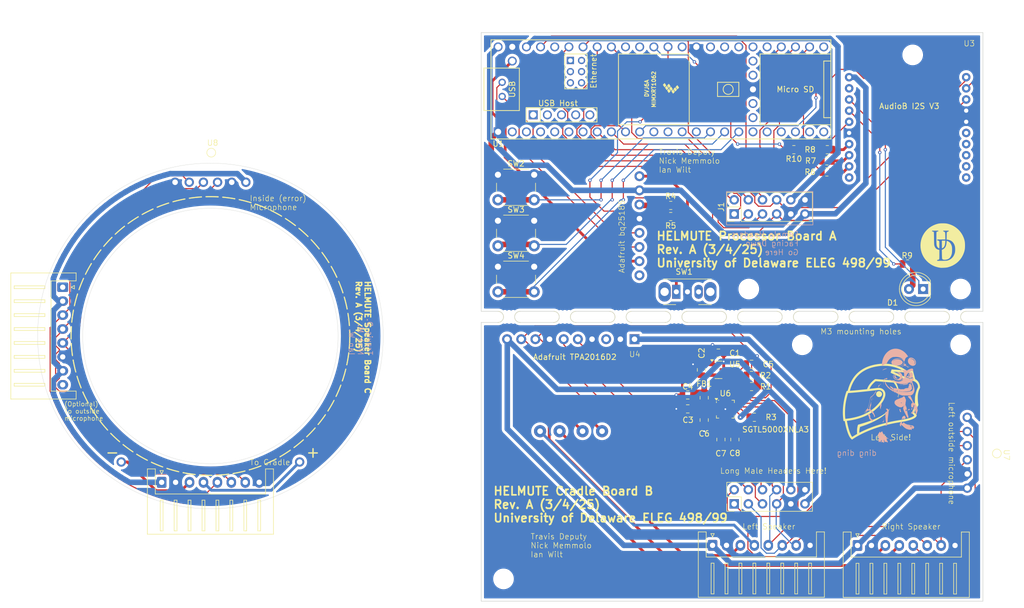
<source format=kicad_pcb>
(kicad_pcb (version 20240108) (generator "pcbnew") (generator_version "8.0")
  (layers (0 "F.Cu" signal) (31 "B.Cu" signal) (34 "B.Paste" user) (35 "F.Paste" user) (36 "B.SilkS" user "B.Silkscreen") (37 "F.SilkS" user "F.Silkscreen") (38 "B.Mask" user) (39 "F.Mask" user) (44 "Edge.Cuts" user))
  (net 0 "")
  (net 1 "/GND")
  (net 2 "/3V3")
  (net 3 "/Cradle/1V8")
  (net 4 "Net-(U6-VDDA)")
  (net 5 "Net-(U6-VAG)")
  (net 6 "Net-(U6-LINEOUT_R)")
  (net 7 "/Cradle/Lineout_R")
  (net 8 "Net-(U6-LINEOUT_L)")
  (net 9 "/Cradle/Lineout_L")
  (net 10 "/Cradle/SDA")
  (net 11 "/Cradle/SCL")
  (net 12 "/Cradle/MCLK1")
  (net 13 "Net-(U6-MCLK)")
  (net 15 "/Processor/FORWARD")
  (net 19 "/Processor/I2S_BCLK")
  (net 22 "/Processor/I2S_IN_R")
  (net 23 "/Processor/BT_AUDIO_OUT")
  (net 26 "/Processor/GND_MCU")
  (net 27 "/Processor/BAT_SENSE")
  (net 34 "/Processor/BTN_3")
  (net 36 "/Processor/MCLK")
  (net 38 "/Processor/SDA")
  (net 39 "/Processor/USB_D+")
  (net 44 "/Processor/BTN_2")
  (net 49 "/Processor/PLAYPAUSE")
  (net 50 "/Processor/V_USB")
  (net 54 "/Processor/I2S_IN_L")
  (net 56 "/Processor/3V3")
  (net 59 "/Processor/REWIND")
  (net 61 "/Processor/I2S_OUT")
  (net 62 "/Processor/USB_D-")
  (net 64 "/Processor/I2S_LRCLK")
  (net 65 "/Processor/BTN_1")
  (net 67 "/Processor/5V_MCU")
  (net 71 "/Processor/SCL")
  (net 76 "/Processor/BT_SENSE")
  (net 80 "/Cradle/I2S_OUT1")
  (net 84 "/BCLK")
  (net 88 "/LRCLK")
  (net 89 "Net-(D1-A)")
  (net 90 "Net-(D1-K)")
  (net 91 "Net-(J2-Pin_2)")
  (net 92 "/Cradle/5V_CRD")
  (net 93 "/Cradle/I2S_IN_L")
  (net 94 "/Cradle/LOut+")
  (net 95 "/Cradle/LOut-")
  (net 96 "/Cradle/ROut+")
  (net 97 "/Cradle/ROut-")
  (net 98 "/RightSpeakerAndMic/Spk+")
  (net 99 "/RightSpeakerAndMic/GND_SPK")
  (net 100 "/RightSpeakerAndMic/Spk-")
  (net 101 "/RightSpeakerAndMic/LRCLK")
  (net 102 "/RightSpeakerAndMic/DOUT")
  (net 103 "/RightSpeakerAndMic/BCLK")
  (net 104 "/RightSpeakerAndMic/3V3_SPK")
  (net 107 "Net-(U2-BAT)")
  (net 108 "Net-(U3-PLAY{slash}PAUSE)")
  (net 109 "Net-(U3-REWIND)")
  (net 110 "Net-(U3-FORWARD)")
  (net 111 "Net-(U3-LED-)")
  (net 112 "Net-(U3-+3.3V)")
  (net 113 "Net-(SW1-A)")
  (footprint "Capacitor_SMD:C_0805_2012Metric" (layer "F.Cu") (at 188.125 104.575 180)
    (property "Reference" "C1")
    (property "Value" "2.2uF")
  )
  (footprint "Package_TO_SOT_SMD:SOT-23" (layer "F.Cu") (at 188.1375 107.575)
    (property "Reference" "U5")
    (property "Value" "MCP1700x-180xxTT")
  )
  (footprint "Panelization:mouse-bite-2mm-slot" (layer "F.Cu") (at 190.575 98.075)
    (property "Reference" "mouse-bite-2mm-slot4" (hide yes))
    (property "Value" "VAL**" (hide yes))
  )
  (footprint "Capacitor_SMD:C_0805_2012Metric" (layer "F.Cu") (at 182.625 114.575)
    (property "Reference" "C3")
    (property "Value" "0.1uF")
  )
  (footprint "Panelization:mouse-bite-2mm-slot" (layer "F.Cu") (at 170.575 98.075)
    (property "Reference" "mouse-bite-2mm-slot2" (hide yes))
    (property "Value" "VAL**" (hide yes))
  )
  (footprint "Capacitor_SMD:C_0805_2012Metric" (layer "F.Cu") (at 185.575 116.575 90)
    (property "Reference" "C6")
    (property "Value" "0.1uF")
  )
  (footprint "Resistor_SMD:R_0805_2012Metric" (layer "F.Cu") (at 207.6625 68.075 180)
    (property "Reference" "R8")
    (property "Value" "8.2k" (hide yes))
  )
  (footprint "Panelization:mouse-bite-2mm-slot" (layer "F.Cu") (at 200.575 98.075)
    (property "Reference" "mouse-bite-2mm-slot5" (hide yes))
    (property "Value" "VAL**" (hide yes))
  )
  (footprint "PCM_kikit:Board" (layer "F.Cu") (at 145.575 47.075)
    (property "Reference" "B1")
    (property "Value" "Board")
  )
  (footprint "Helmute:I2S SPK0415HM4H" (layer "F.Cu") (at 97.645069 70.108279)
    (property "Reference" "U8")
    (property "Value" "I2S MEMS Mic SPH0645")
  )
  (footprint "PCM_kikit:Board" (layer "F.Cu") (at 85.227048 72.830539)
    (property "Reference" "B2")
    (property "Value" "Board")
  )
  (footprint "Button_Switch_THT:SW_PUSH_6mm" (layer "F.Cu") (at 148.575 80.825)
    (property "Reference" "SW3")
    (property "Value" "SW_Push")
  )
  (footprint "Resistor_SMD:R_0805_2012Metric" (layer "F.Cu") (at 194.075 110.575 180)
    (property "Reference" "R1")
    (property "Value" "4.7k")
  )
  (footprint "Resistor_SMD:R_0805_2012Metric" (layer "F.Cu") (at 194.575 116.075)
    (property "Reference" "R3")
    (property "Value" "100")
  )
  (footprint "Helmute:TPA22016D2new" (layer "F.Cu") (at 162.915 111.346 -90)
    (property "Reference" "U4")
    (property "Value" "Adafruit TPA2016D2")
  )
  (footprint "LED_THT:LED_D5.0mm" (layer "F.Cu") (at 224.85 93.075 180)
    (property "Reference" "D1")
    (property "Value" "LED")
  )
  (footprint "Teensy:Teensy41" (layer "F.Cu") (at 177.815 57.2566)
    (property "Reference" "U1")
    (property "Value" "Teensy4.1")
  )
  (footprint "Capacitor_SMD:C_0805_2012Metric" (layer "F.Cu") (at 194.075 106.575 180)
    (property "Reference" "C5")
    (property "Value" "0.1uF")
  )
  (footprint "Button_Switch_THT:SW_PUSH_6mm" (layer "F.Cu") (at 148.575 89.075)
    (property "Reference" "SW4")
    (property "Value" "SW_Push")
  )
  (footprint "Resistor_SMD:R_0805_2012Metric" (layer "F.Cu") (at 207.575 70.075 180)
    (property "Reference" "R7")
    (property "Value" "8.2k" (hide yes))
  )
  (footprint "Resistor_SMD:R_0805_2012Metric" (layer "F.Cu") (at 179.575 78.075)
    (property "Reference" "R4")
    (property "Value" "4.7k" (hide yes))
  )
  (footprint "Resistor_SMD:R_0805_2012Metric" (layer "F.Cu") (at 201.6625 68.075 180)
    (property "Reference" "R10")
    (property "Value" "8.2k" (hide yes))
  )
  (footprint "Panelization:mouse-bite-2mm-slot" (layer "F.Cu") (at 220.575 98.075)
    (property "Reference" "mouse-bite-2mm-slot7" (hide yes))
    (property "Value" "VAL**" (hide yes))
  )
  (footprint "MountingHole:MountingHole_3.2mm_M3" (layer "F.Cu") (at 222.975 51.075)
    (property "Reference" "H3" (hide yes))
    (property "Value" "MountingHole")
  )
  (footprint "Capacitor_SMD:C_0805_2012Metric" (layer "F.Cu") (at 185.575 112.575 90)
    (property "Reference" "FB1")
    (property "Value" "600")
  )
  (footprint "MountingHole:MountingHole_3.2mm_M3" (layer "F.Cu") (at 149.575 145.075)
    (property "Reference" "H6" (hide yes))
    (property "Value" "MountingHole")
  )
  (footprint "Panelization:mouse-bite-2mm-slot" (layer "F.Cu") (at 180.575 98.075)
    (property "Reference" "mouse-bite-2mm-slot3" (hide yes))
    (property "Value" "VAL**" (hide yes))
  )
  (footprint "Resistor_SMD:R_0805_2012Metric" (layer "F.Cu") (at 207.575 72.075 180)
    (property "Reference" "R6")
    (property "Value" "8.2k" (hide yes))
  )
  (footprint "MountingHole:MountingHole_3.2mm_M3" (layer "F.Cu") (at 203.175 103.075)
    (property "Reference" "H5" (hide yes))
    (property "Value" "MountingHole")
  )
  (footprint "Panelization:mouse-bite-2mm-slot" (layer "F.Cu") (at 210.575 98.075)
    (property "Reference" "mouse-bite-2mm-slot6" (hide yes))
    (property "Value" "VAL**" (hide yes))
  )
  (footprint "Helmute:Helmet" (layer "F.Cu") (at 217.375 113.275)
    (property "Reference" "G***" (hide yes))
    (property "Value" "LOGO" (hide yes))
  )
  (footprint "Panelization:mouse-bite-2mm-slot" (layer "F.Cu") (at 150.575 98.075)
    (property "Reference" "mouse-bite-2mm-slot" (hide yes))
    (property "Value" "VAL**" (hide yes))
  )
  (footprint "Connector_PinHeader_2.54mm:PinHeader_2x06_P2.54mm_Vertical" (layer "F.Cu") (at 190.955 79.615 90)
    (property "Reference" "J1")
    (property "Value" "Conn_01x12_Socket")
  )
  (footprint "Resistor_SMD:R_0805_2012Metric" (layer "F.Cu") (at 194.075 108.575 180)
    (property "Reference" "R2")
    (property "Value" "4.7k")
  )
  (footprint "Capacitor_SMD:C_0805_2012Metric" (layer "F.Cu") (at 191.075 120.075 -90)
    (property "Reference" "C8")
    (property "Value" "2.2uF")
  )
  (footprint "Connector_JST:JST_XH_S8B-XH-A_1x08_P2.50mm_Horizontal" (layer "F.Cu") (at 88.25 127.75)
    (property "Reference" "J5" (hide yes))
    (property "Value" "Conn_01x08_Pin")
  )
  (footprint "Resistor_SMD:R_0805_2012Metric" (layer "F.Cu") (at 179.575 80.075 180)
    (property "Reference" "R5")
    (property "Value" "8.2k" (hide yes))
  )
  (footprint "Helmute:I2S SPK0415HM4H" (layer "F.Cu") (at 236.575 123.075 -90)
    (property "Reference" "U7")
    (property "Value" "I2S MEMS Mic SPH0645")
  )
  (footprint "MountingHole:MountingHole_3.2mm_M3" (layer "F.Cu") (at 193.575 93.075)
    (property "Reference" "H2" (hide yes))
    (property "Value" "MountingHole")
  )
  (footprint "Helmute:bq25185 5V Boost Breakout" (layer "F.Cu") (at 166.975 82.995 90)
    (property "Reference" "U2" (hide yes))
    (property "Value" "Adafruit bq25185")
  )
  (footprint "MountingHole:MountingHole_3.2mm_M3" (layer "F.Cu") (at 231.575 103.075)
    (property "Reference" "H4" (hide yes))
    (property "Value" "MountingHole")
  )
  (footprint "Helmute:UD" (layer "F.Cu") (at 228.375 85.275)
    (property "Reference" "G***" (hide yes))
    (property "Value" "LOGO" (hide yes))
  )
  (footprint "Connector_JST:JST_XH_S8B-XH-A_1x08_P2.50mm_Horizontal" (layer "F.Cu") (at 70.5 92.75 -90)
    (property "Reference" "J7" (hide yes))
    (property "Value" "Conn_01x08_Socket")
  )
  (footprint "MountingHole:MountingHole_3.2mm_M3" (layer "F.Cu") (at 231.575 93.075)
    (property "Reference" "H1" (hide yes))
    (property "Value" "MountingHole")
  )
  (footprint "Capacitor_SMD:C_0805_2012Metric" (layer "F.Cu") (at 188.575 120.075 -90)
    (property "Reference" "C7")
    (property "Value" "2.2uF")
  )
  (footprint "Capacitor_SMD:C_0805_2012Metric" (layer "F.Cu") (at 182.625 112.075)
    (property "Reference" "C4")
    (property "Value" "0.1uF")
  )
  (footprint "Panelization:mouse-bite-2mm-slot" (layer "F.Cu") (at 160.575 98.075)
    (property "Reference" "mouse-bite-2mm-slot1" (hide yes))
    (property "Value" "VAL**" (hide yes))
  )
  (footprint "Resistor_SMD:R_0805_2012Metric" (layer "F.Cu") (at 222.075 88.575)
    (property "Reference" "R9")
    (property "Value" "100" (hide yes))
  )
  (footprint "Connector_JST:JST_XH_S8B-XH-A_1x08_P2.50mm_Horizontal" (layer "F.Cu") (at 187.075 139.055)
    (property "Reference" "J3" (hide yes))
    (property "Value" "Conn_01x08_Socket")
  )
  (footprint "Capacitor_SMD:C_0805_2012Metric" (layer "F.Cu") (at 185.075 107.575 90)
    (property "Reference" "C2")
    (property "Value" "2.2uF")
  )
  (footprint "Connector_PinHeader_2.54mm:PinHeader_2x06_P2.54mm_Vertical" (layer "F.Cu") (at 190.955 131.615 90)
    (property "Reference" "J2" (hide yes))
    (property "Value" "Conn_01x12_Pin")
  )
  (footprint "Panelization:mouse-bite-2mm-slot" (layer "F.Cu") (at 230.575 98.075)
    (property "Reference" "mouse-bite-2mm-slot8" (hide yes))
    (property "Value" "VAL**" (hide yes))
  )
  (footprint "Helmute:AudioB" (layer "F.Cu") (at 234.325 48.075 180)
    (property "Reference" "U3")
    (property "Value" "AudioB I2S V3")
  )
  (footprint "Button_Switch_THT:SW_Slide_SPDT_Angled_CK_OS102011MA1Q" (layer "F.Cu") (at 180.575 93.575)
    (property "Reference" "SW1")
    (property "Value" "SW_SPST")
  )
  (footprint "Package_DFN_QFN:QFN-20-1EP_3x3mm_P0.4mm_EP1.65x1.65mm" (layer "F.Cu") (at 189.375 114.625)
    (property "Reference" "U6")
    (property "Value" "SGTL5000XNLA3")
  )
  (footprint "Connector_JST:JST_XH_S8B-XH-A_1x08_P2.50mm_Horizontal" (layer "F.Cu") (at 213.075 139.075)
    (property "Reference" "J4" (hide yes))
    (property "Value" "Conn_01x08_Socket")
  )
  (footprint "Helmute:SpeakerConnections" (layer "F.Cu") (at 81 124.1)
    (property "Reference" "LS1" (hide yes))
    (property "Value" "Speaker")
  )
  (footprint "Button_Switch_THT:SW_PUSH_6mm" (layer "F.Cu") (at 148.575 72.575)
    (property "Reference" "SW2")
    (property "Value" "SW_Push")
  )
  (footprint "Helmute:Crazy Frog" (layer "B.Cu") (at 219.575 113.075 180)
    (property "Reference" "G***" (hide yes))
    (property "Value" "LOGO" (hide yes))
  )
  (gr_rect (start 189.575 75.575) (end 205.075 81.575) (stroke (width 0.1)) (fill none) (layer "B.SilkS"))
  (gr_circle (center 97 101.5) (end 122 101.5) (stroke (width 0.2) (type dash)) (fill none) (layer "F.SilkS"))
  (gr_arc (start 188.575 97.075) (mid 189.575 98.075) (end 188.575 99.075) (stroke (width 0.1)) (layer "Edge.Cuts"))
  (gr_line (start 235.575 97.075) (end 232.575 97.075) (stroke (width 0.1)) (layer "Edge.Cuts"))
  (gr_line (start 228.575 97.075) (end 222.575 97.075) (stroke (width 0.1)) (layer "Edge.Cuts"))
  (gr_line (start 145.575 97.075) (end 145.575 47.075) (stroke (width 0.1)) (layer "Edge.Cuts"))
  (gr_arc (start 182.575 99.075) (mid 181.575 98.075) (end 182.575 97.075) (stroke (width 0.1)) (layer "Edge.Cuts"))
  (gr_line (start 198.575 97.075) (end 192.575 97.075) (stroke (width 0.1)) (layer "Edge.Cuts"))
  (gr_arc (start 168.575 97.075) (mid 169.575 98.075) (end 168.575 99.075) (stroke (width 0.1)) (layer "Edge.Cuts"))
  (gr_arc (start 228.575 97.075) (mid 229.575 98.075) (end 228.575 99.075) (stroke (width 0.1)) (layer "Edge.Cuts"))
  (gr_arc (start 222.575 99.075) (mid 221.575 98.075) (end 222.575 97.075) (stroke (width 0.1)) (layer "Edge.Cuts"))
  (gr_arc (start 152.575 99.075) (mid 151.575 98.075) (end 152.575 97.075) (stroke (width 0.1)) (layer "Edge.Cuts"))
  (gr_line (start 172.575 99.075) (end 178.575 99.075) (stroke (width 0.1)) (layer "Edge.Cuts"))
  (gr_arc (start 232.575 99.075) (mid 231.575 98.075) (end 232.575 97.075) (stroke (width 0.1)) (layer "Edge.Cuts"))
  (gr_arc (start 202.575 99.075) (mid 201.575 98.075) (end 202.575 97.075) (stroke (width 0.1)) (layer "Edge.Cuts"))
  (gr_line (start 188.575 97.075) (end 182.575 97.075) (stroke (width 0.1)) (layer "Edge.Cuts"))
  (gr_arc (start 158.575 97.075) (mid 159.575 98.075) (end 158.575 99.075) (stroke (width 0.1)) (layer "Edge.Cuts"))
  (gr_line (start 235.575 47.075) (end 235.575 97.075) (stroke (width 0.1)) (layer "Edge.Cuts"))
  (gr_line (start 235.575 149.075) (end 145.575 149.075) (stroke (width 0.1)) (layer "Edge.Cuts"))
  (gr_arc (start 172.575 99.075) (mid 171.575 98.075) (end 172.575 97.075) (stroke (width 0.1)) (layer "Edge.Cuts"))
  (gr_arc (start 192.575 99.075) (mid 191.575 98.075) (end 192.575 97.075) (stroke (width 0.1)) (layer "Edge.Cuts"))
  (gr_line (start 222.575 99.075) (end 228.575 99.075) (stroke (width 0.1)) (layer "Edge.Cuts"))
  (gr_line (start 235.575 99.075) (end 235.575 149.075) (stroke (width 0.1)) (layer "Edge.Cuts"))
  (gr_line (start 232.575 99.075) (end 235.575 99.075) (stroke (width 0.1)) (layer "Edge.Cuts"))
  (gr_arc (start 198.575 97.075) (mid 199.575 98.075) (end 198.575 99.075) (stroke (width 0.1)) (layer "Edge.Cuts"))
  (gr_line (start 202.575 99.075) (end 208.575 99.075) (stroke (width 0.1)) (layer "Edge.Cuts"))
  (gr_line (start 162.575 99.075) (end 168.575 99.075) (stroke (width 0.1)) (layer "Edge.Cuts"))
  (gr_arc (start 162.575 99.075) (mid 161.575 98.075) (end 162.575 97.075) (stroke (width 0.1)) (layer "Edge.Cuts"))
  (gr_arc (start 148.575 97.075) (mid 149.575 98.075) (end 148.575 99.075) (stroke (width 0.1)) (layer "Edge.Cuts"))
  (gr_line (start 158.575 97.075) (end 152.575 97.075) (stroke (width 0.1)) (layer "Edge.Cuts"))
  (gr_line (start 192.575 99.075) (end 198.575 99.075) (stroke (width 0.1)) (layer "Edge.Cuts"))
  (gr_line (start 208.575 97.075) (end 202.575 97.075) (stroke (width 0.1)) (layer "Edge.Cuts"))
  (gr_line (start 145.575 47.075) (end 235.575 47.075) (stroke (width 0.1)) (layer "Edge.Cuts"))
  (gr_circle (center 97 101.5) (end 119.9 101.5) (stroke (width 0.05)) (fill none) (layer "Edge.Cuts"))
  (gr_line (start 212.575 99.075) (end 218.575 99.075) (stroke (width 0.1)) (layer "Edge.Cuts"))
  (gr_line (start 178.575 97.075) (end 172.575 97.075) (stroke (width 0.1)) (layer "Edge.Cuts"))
  (gr_arc (start 208.575 97.075) (mid 209.575 98.075) (end 208.575 99.075) (stroke (width 0.1)) (layer "Edge.Cuts"))
  (gr_circle (center 97 101.5) (end 128 101.5) (stroke (width 0.05)) (fill none) (layer "Edge.Cuts"))
  (gr_arc (start 212.575 99.075) (mid 211.575 98.075) (end 212.575 97.075) (stroke (width 0.1)) (layer "Edge.Cuts"))
  (gr_arc (start 218.575 97.075) (mid 219.575 98.075) (end 218.575 99.075) (stroke (width 0.1)) (layer "Edge.Cuts"))
  (gr_line (start 152.575 99.075) (end 158.575 99.075) (stroke (width 0.1)) (layer "Edge.Cuts"))
  (gr_arc (start 178.575 97.075) (mid 179.575 98.075) (end 178.575 99.075) (stroke (width 0.1)) (layer "Edge.Cuts"))
  (gr_line (start 145.575 99.075) (end 148.575 99.075) (stroke (width 0.1)) (layer "Edge.Cuts"))
  (gr_line (start 148.575 97.075) (end 145.575 97.075) (stroke (width 0.1)) (layer "Edge.Cuts"))
  (gr_line (start 218.575 97.075) (end 212.575 97.075) (stroke (width 0.1)) (layer "Edge.Cuts"))
  (gr_line (start 145.575 149.075) (end 145.575 99.075) (stroke (width 0.1)) (layer "Edge.Cuts"))
  (gr_line (start 168.575 97.075) (end 162.575 97.075) (stroke (width 0.1)) (layer "Edge.Cuts"))
  (gr_line (start 182.575 99.075) (end 188.575 99.075) (stroke (width 0.1)) (layer "Edge.Cuts"))
  (gr_text "Travis D.\nNick M.\nIan W." (at 121.75 105 -90) (layer "B.SilkS") (effects (font (size 1 1) (thickness 0.1)) (justify left bottom mirror)))
  (gr_text "ding ding" (at 216.575 123.075 0) (layer "B.SilkS") (effects (font (size 1 1) (thickness 0.1)) (justify left bottom mirror)))
  (gr_text "Female Headers\nFacing Down\nGo Here" (at 202.575 87.075 0) (layer "B.SilkS") (effects (font (size 1 1) (thickness 0.1)) (justify left bottom mirror)))
  (gr_text "Travis Deputy\nNick Memmolo\nIan Wilt" (at 177.375 72.275 0) (layer "F.SilkS") (effects (font (size 1 1) (thickness 0.1)) (justify left bottom)))
  (gr_text "Left Speaker" (at 192.375 136.275 0) (layer "F.SilkS") (effects (font (size 1 1) (thickness 0.1)) (justify left bottom)))
  (gr_text "HELMUTE Cradle Board B\nRev. A (3/4/25)\nUniversity of Delaware ELEG 498/99" (at 147.625 135.025 0) (layer "F.SilkS") (effects (font (size 1.5 1.5) (thickness 0.3) (bold yes)) (justify left bottom)))
  (gr_text "Left Side!" (at 215.375 120.275 0) (layer "F.SilkS") (effects (font (size 1 1) (thickness 0.1)) (justify left bottom)))
  (gr_text "HELMUTE Speaker Board C\nRev. A (3/4/25)" (at 123 91.5 270) (layer "F.SilkS") (effects (font (size 1 1) (thickness 0.25) (bold yes)) (justify left bottom)))
  (gr_text "(Optional)\nTo outside\nmicrophone" (at 70.75 116.75 0) (layer "F.SilkS") (effects (font (size 0.8 0.8) (thickness 0.1)) (justify left bottom)))
  (gr_text "Right Speaker" (at 217.375 136.275 0) (layer "F.SilkS") (effects (font (size 1 1) (thickness 0.1)) (justify left bottom)))
  (gr_text "Travis Deputy\nNick Memmolo\nIan Wilt" (at 154.375 141.275 0) (layer "F.SilkS") (effects (font (size 1 1) (thickness 0.1)) (justify left bottom)))
  (gr_text "Inside (error)\nMicrophone" (at 104 79 0) (layer "F.SilkS") (effects (font (size 1 1) (thickness 0.1)) (justify left bottom)))
  (gr_text "+" (at 114 123.5 0) (layer "F.SilkS") (effects (font (size 2 2) (thickness 0.25) (bold yes)) (justify left bottom)))
  (gr_text "HELMUTE Processor Board A\nRev. A (3/4/25)\nUniversity of Delaware ELEG 498/99" (at 176.875 89.275 0) (layer "F.SilkS") (effects (font (size 1.5 1.5) (thickness 0.3) (bold yes)) (justify left bottom)))
  (gr_text "Left outside microphone" (at 229.375 113.275 -90) (layer "F.SilkS") (effects (font (size 1 1) (thickness 0.1)) (justify left bottom)))
  (gr_text "To Cradle" (at 104 124.75 0) (layer "F.SilkS") (effects (font (size 1 1) (thickness 0.1)) (justify left bottom)))
  (gr_text "Long Male Headers Here!" (at 188.375 126.275 0) (layer "F.SilkS") (effects (font (size 1 1) (thickness 0.1)) (justify left bottom)))
  (gr_text "M3 mounting holes" (at 206.375 101.275 0) (layer "F.SilkS") (effects (font (size 1 1) (thickness 0.1)) (justify left bottom)))
  (gr_text "-" (at 78 123.5 0) (layer "F.SilkS") (effects (font (size 2 2) (thickness 0.25)) (justify left bottom)))
  (segment (start 187.175 104.575) (end 187.175 106.6) (width 0.5) (layer "F.Cu") (net 1))
  (segment (start 181.675 110.025) (end 181.675 112.075) (width 0.5) (layer "F.Cu") (net 1))
  (segment (start 185.575 118.575) (end 185.575 117.525) (width 0.5) (layer "F.Cu") (net 1))
  (segment (start 185.075 106.625) (end 181.675 110.025) (width 0.5) (layer "F.Cu") (net 1))
  (segment (start 180.575 112.075) (end 181.675 112.075) (width 0.5) (layer "F.Cu") (net 1))
  (segment (start 180.575 114.575) (end 181.675 114.575) (width 0.5) (layer "F.Cu") (net 1))
  (segment (start 183.525 117.525) (end 185.575 117.525) (width 0.5) (layer "F.Cu") (net 1))
  (segment (start 187.075 103.075) (end 187.075 104.475) (width 0.5) (layer "F.Cu") (net 1))
  (segment (start 187.075 104.475) (end 187.175 104.575) (width 0.5) (layer "F.Cu") (net 1))
  (segment (start 185.025 106.575) (end 185.075 106.625) (width 0.5) (layer "F.Cu") (net 1))
  (segment (start 181.675 114.575) (end 181.675 115.675) (width 0.5) (layer "F.Cu") (net 1))
  (segment (start 185.075 106.625) (end 187.2 106.625) (width 0.5) (layer "F.Cu") (net 1))
  (segment (start 195.075 106.525) (end 195.025 106.575) (width 0.5) (layer "F.Cu") (net 1))
  (segment (start 195.075 105.075) (end 195.075 106.525) (width 0.5) (layer "F.Cu") (net 1))
  (segment (start 181.675 115.675) (end 183.525 117.525) (width 0.5) (layer "F.Cu") (net 1))
  (segment (start 183.575 106.575) (end 185.025 106.575) (width 0.5) (layer "F.Cu") (net 1))
  (segment (start 187.2 106.625) (end 187.175 106.6) (width 0.5) (layer "F.Cu") (net 1))
  (segment (start 181.675 112.075) (end 181.675 114.575) (width 0.5) (layer "F.Cu") (net 1))
  (via (at 183.575 106.575) (size 0.6) (drill 0.3) (layers "F.Cu" "B.Cu") (net 1))
  (via (at 185.575 118.575) (size 0.6) (drill 0.3) (layers "F.Cu" "B.Cu") (net 1))
  (via (at 187.075 103.075) (size 0.6) (drill 0.3) (layers "F.Cu" "B.Cu") (net 1))
  (via (at 180.575 112.075) (size 0.6) (drill 0.3) (layers "F.Cu" "B.Cu") (net 1))
  (via (at 195.075 105.075) (size 0.6) (drill 0.3) (layers "F.Cu" "B.Cu") (net 1))
  (via (at 180.575 114.575) (size 0.6) (drill 0.3) (layers "F.Cu" "B.Cu") (net 1))
  (via (at 189.375 114.625) (size 0.6) (drill 0.3) (layers "F.Cu" "B.Cu") (net 1))
  (segment (start 196.575 110.575) (end 194.9875 110.575) (width 1) (layer "F.Cu") (net 2))
  (segment (start 194.9875 111.075) (end 194.9875 109.075) (width 1) (layer "F.Cu") (net 2))
  (segment (start 189.075 107.575) (end 189.075 106.075) (width 0.5) (layer "F.Cu") (net 2))
  (segment (start 189.075 106.075) (end 189.075 104.575) (width 0.5) (layer "F.Cu") (net 2))
  (segment (start 191.34636 115.025) (end 192.075 115.75364) (width 0.2) (layer "F.Cu") (net 2))
  (segment (start 185.575 110.575) (end 185.575 111.625) (width 1) (layer "F.Cu") (net 2))
  (segment (start 185.575 111.625) (end 184.025 111.625) (width 1) (layer "F.Cu") (net 2))
  (segment (start 192.075 115.75364) (end 192.075 116.075) (width 0.2) (layer "F.Cu") (net 2))
  (segment (start 190.825 115.025) (end 191.34636 115.025) (width 0.2) (layer "F.Cu") (net 2))
  (segment (start 184.025 111.625) (end 183.575 112.075) (width 1) (layer "F.Cu") (net 2))
  (via (at 192.075 116.075) (size 0.6) (drill 0.3) (layers "F.Cu" "B.Cu") (net 2))
  (via (at 189.075 106.075) (size 0.6) (drill 0.3) (layers "F.Cu" "B.Cu") (net 2))
  (via (at 185.575 110.575) (size 0.6) (drill 0.3) (layers "F.Cu" "B.Cu") (net 2))
  (via (at 196.575 110.575) (size 0.6) (drill 0.3) (layers "F.Cu" "B.Cu") (net 2))
  (segment (start 196.575 110.575) (end 201.075 115.075) (width 1) (layer "B.Cu") (net 2))
  (segment (start 185.575 110.575) (end 185.575 109.075) (width 1) (layer "B.Cu") (net 2))
  (segment (start 201.075 115.075) (end 201.075 129.035) (width 1) (layer "B.Cu") (net 2))
  (segment (start 192.075 106.075) (end 190.075 106.075) (width 1) (layer "B.Cu") (net 2))
  (segment (start 171.155 139.055) (end 150.255 118.155) (width 1) (layer "B.Cu") (net 2))
  (segment (start 234.3032 127.2518) (end 232.765 128.79) (width 1) (layer "B.Cu") (net 2))
  (segment (start 183.575 111.075) (end 185.575 109.075) (width 1) (layer "B.Cu") (net 2))
  (segment (start 188.575 106.075) (end 190.075 106.075) (width 1) (layer "B.Cu") (net 2))
  (segment (start 234.3032 117.6282) (end 234.3032 127.2518) (width 1) (layer "B.Cu") (net 2))
  (segment (start 201.035 128.095) (end 201.035 129.075) (width 1) (layer "B.Cu") (net 2))
  (segment (start 159.215 111.075) (end 183.575 111.075) (width 1) (layer "B.Cu") (net 2))
  (segment (start 150.215 102.075) (end 159.215 111.075) (width 1) (layer "B.Cu") (net 2))
  (segment (start 196.575 110.575) (end 196.575 111.575) (width 1) (layer "B.Cu") (net 2))
  (segment (start 190.295 142.275) (end 187.075 139.055) (width 1) (layer "B.Cu") (net 2))
  (segment (start 213.075 139.075) (end 209.875 142.275) (width 1) (layer "B.Cu") (net 2))
  (segment (start 223.36 128.79) (end 232.765 128.79) (width 1) (layer "B.Cu") (net 2))
  (segment (start 187.075 139.055) (end 171.155 139.055) (width 1) (layer "B.Cu") (net 2))
  (segment (start 196.575 110.575) (end 192.075 106.075) (width 1) (layer "B.Cu") (net 2))
  (segment (start 213.075 139.075) (end 223.36 128.79) (width 1) (layer "B.Cu") (net 2))
  (segment (start 189.075 106.075) (end 190.075 106.075) (width 1) (layer "B.Cu") (net 2))
  (segment (start 201.075 129.035) (end 201.035 129.075) (width 1) (layer "B.Cu") (net 2))
  (segment (start 196.575 111.575) (end 192.075 116.075) (width 1) (layer "B.Cu") (net 2))
  (segment (start 185.575 109.075) (end 188.575 106.075) (width 1) (layer "B.Cu") (net 2))
  (segment (start 209.875 142.275) (end 190.295 142.275) (width 1) (layer "B.Cu") (net 2))
  (segment (start 232.765 116.09) (end 234.3032 117.6282) (width 1) (layer "B.Cu") (net 2))
  (segment (start 150.255 118.155) (end 150.255 102.075) (width 1) (layer "B.Cu") (net 2))
  (segment (start 188.575 109.9) (end 188.575 113.175) (width 0.2) (layer "F.Cu") (net 3))
  (segment (start 185.075 108.525) (end 187.2 108.525) (width 0.5) (layer "F.Cu") (net 3))
  (segment (start 192.575 107.075) (end 191.125 108.525) (width 0.2) (layer "F.Cu") (net 3))
  (segment (start 187.2 108.525) (end 188.575 109.9) (width 0.2) (layer "F.Cu") (net 3))
  (segment (start 191.125 108.525) (end 187.2 108.525) (width 0.2) (layer "F.Cu") (net 3))
  (segment (start 193.125 107.075) (end 192.575 107.075) (width 0.2) (layer "F.Cu") (net 3))
  (segment (start 187.925 114.625) (end 186.675 114.625) (width 0.2) (layer "F.Cu") (net 4))
  (segment (start 186.675 114.625) (end 185.575 113.525) (width 0.2) (layer "F.Cu") (net 4))
  (segment (start 183.575 114.575) (end 184.525 114.575) (width 0.5) (layer "F.Cu") (net 4))
  (segment (start 184.525 114.575) (end 185.575 113.525) (width 0.5) (layer "F.Cu") (net 4))
  (segment (start 185.775 115.425) (end 185.575 115.625) (width 0.2) (layer "F.Cu") (net 5))
  (segment (start 187.925 115.425) (end 185.775 115.425) (width 0.2) (layer "F.Cu") (net 5))
  (segment (start 188.575 119.125) (end 188.575 116.075) (width 0.2) (layer "F.Cu") (net 6))
  (segment (start 181.575 121.075) (end 188.525 121.075) (width 0.2) (layer "F.Cu") (net 7))
  (segment (start 162.955 102.455) (end 181.575 121.075) (width 0.2) (layer "F.Cu") (net 7))
  (segment (start 162.955 102.075) (end 162.955 102.455) (width 0.2) (layer "F.Cu") (net 7))
  (segment (start 188.525 121.075) (end 188.575 121.025) (width 0.2) (layer "F.Cu") (net 7))
  (segment (start 191.075 119.125) (end 188.975 117.025) (width 0.2) (layer "F.Cu") (net 8))
  (segment (start 188.975 117.025) (end 188.975 116.075) (width 0.2) (layer "F.Cu") (net 8))
  (segment (start 189.425 122.675) (end 191.075 121.025) (width 0.2) (layer "F.Cu") (net 9))
  (segment (start 160.415 103.115) (end 179.975 122.675) (width 0.2) (layer "F.Cu") (net 9))
  (segment (start 160.415 102.075) (end 160.415 103.115) (width 0.2) (layer "F.Cu") (net 9))
  (segment (start 179.975 122.675) (end 189.425 122.675) (width 0.2) (layer "F.Cu") (net 9))
  (segment (start 193.415 129.075) (end 190.215 125.875) (width 0.2) (layer "F.Cu") (net 10))
  (segment (start 197.575 111.575) (end 196.575 112.575) (width 0.2) (layer "F.Cu") (net 10))
  (segment (start 197.575 106.575) (end 197.575 111.575) (width 0.2) (layer "F.Cu") (net 10))
  (segment (start 155.195 99.675) (end 190.675 99.675) (width 0.2) (layer "F.Cu") (net 10))
  (segment (start 152.795 102.075) (end 155.195 99.675) (width 0.2) (layer "F.Cu") (net 10))
  (segment (start 193.1625 111.6625) (end 193.1625 110.575) (width 0.2) (layer "F.Cu") (net 10))
  (segment (start 190.675 99.675) (end 197.575 106.575) (width 0.2) (layer "F.Cu") (net 10))
  (segment (start 176.975 125.875) (end 153.175 102.075) (width 0.2) (layer "F.Cu") (net 10))
  (segment (start 194.075 112.575) (end 193.1625 111.6625) (width 0.2) (layer "F.Cu") (net 10))
  (segment (start 193.1625 110.575) (end 191.287954 110.575) (width 0.2) (layer "F.Cu") (net 10))
  (segment (start 196.575 112.575) (end 194.075 112.575) (width 0.2) (layer "F.Cu") (net 10))
  (segment (start 153.175 102.075) (end 152.795 102.075) (width 0.2) (layer "F.Cu") (net 10))
  (segment (start 190.215 125.875) (end 176.975 125.875) (width 0.2) (layer "F.Cu") (net 10))
  (segment (start 191.287954 110.575) (end 189.375 112.487954) (width 0.2) (layer "F.Cu") (net 10))
  (segment (start 189.375 112.487954) (end 189.375 113.175) (width 0.2) (layer "F.Cu") (net 10))
  (segment (start 188.975 111.175) (end 188.975 113.175) (width 0.2) (layer "F.Cu") (net 11))
  (segment (start 155.755 101.655) (end 156.835 100.575) (width 0.2) (layer "F.Cu") (net 11))
  (segment (start 155.755 101.6765) (end 155.755 101.655) (width 0.2) (layer "F.Cu") (net 11))
  (segment (start 157.364 103.264) (end 157.3425 103.264) (width 0.2) (layer "F.Cu") (net 11))
  (segment (start 190.497815 124.275) (end 178.375 124.275) (width 0.2) (layer "F.Cu") (net 11))
  (segment (start 194.751738 128.528923) (end 190.497815 124.275) (width 0.2) (layer "F.Cu") (net 11))
  (segment (start 190.575 109.575) (end 188.975 111.175) (width 0.2) (layer "F.Cu") (net 11))
  (segment (start 157.3425 103.264) (end 155.755 101.6765) (width 0.2) (layer "F.Cu") (net 11))
  (segment (start 190.075 100.575) (end 194.075 104.575) (width 0.2) (layer "F.Cu") (net 11))
  (segment (start 156.835 100.575) (end 190.075 100.575) (width 0.2) (layer "F.Cu") (net 11))
  (segment (start 194.075 104.575) (end 194.075 107.6625) (width 0.2) (layer "F.Cu") (net 11))
  (segment (start 194.751738 130.411738) (end 194.751738 128.528923) (width 0.2) (layer "F.Cu") (net 11))
  (segment (start 194.075 107.6625) (end 193.1625 108.575) (width 0.2) (layer "F.Cu") (net 11))
  (segment (start 192.1625 109.575) (end 190.575 109.575) (width 0.2) (layer "F.Cu") (net 11))
  (segment (start 178.375 124.275) (end 157.364 103.264) (width 0.2) (layer "F.Cu") (net 11))
  (segment (start 193.1625 108.575) (end 192.1625 109.575) (width 0.2) (layer "F.Cu") (net 11))
  (segment (start 195.955 131.615) (end 194.751738 130.411738) (width 0.2) (layer "F.Cu") (net 11))
  (segment (start 195.4875 116.075) (end 195.775 116.3625) (width 0.2) (layer "F.Cu") (net 12))
  (segment (start 195.775 116.3625) (end 195.775 128.895) (width 0.2) (layer "F.Cu") (net 12))
  (segment (start 195.775 128.895) (end 195.955 129.075) (width 0.2) (layer "F.Cu") (net 12))
  (segment (start 192.2125 114.625) (end 190.825 114.625) (width 0.2) (layer "F.Cu") (net 13))
  (segment (start 193.6625 116.075) (end 192.2125 114.625) (width 0.2) (layer "F.Cu") (net 13))
  (segment (start 201.5625 68.759744) (end 201.877756 69.075) (width 0.2) (layer "F.Cu") (net 15))
  (segment (start 201.5625 67.5875) (end 201.5625 68.759744) (width 0.2) (layer "F.Cu") (net 15))
  (segment (start 204.485 49.6366) (end 203.385 50.7366) (width 0.2) (layer "F.Cu") (net 15))
  (segment (start 205.75 69.075) (end 206.75 68.075) (width 0.2) (layer "F.Cu") (net 15))
  (segment (start 201.877756 69.075) (end 205.75 69.075) (width 0.2) (layer "F.Cu") (net 15))
  (segment (start 203.385 65.765) (end 201.5625 67.5875) (width 0.2) (layer "F.Cu") (net 15))
  (segment (start 203.385 50.7366) (end 203.385 65.765) (width 0.2) (layer "F.Cu") (net 15))
  (segment (start 161.0842 62.825801) (end 160.205 63.705001) (width 0.2) (layer "F.Cu") (net 19))
  (segment (start 161.305 49.6366) (end 160.075 50.8666) (width 0.2) (layer "F.Cu") (net 19))
  (segment (start 187.075 79.075) (end 187.075 81.575) (width 0.2) (layer "F.Cu") (net 19))
  (segment (start 187.075 81.575) (end 188.575 83.075) (width 0.2) (layer "F.Cu") (net 19))
  (segment (start 232.575 59.075) (end 210.885 80.765) (width 0.2) (layer "F.Cu") (net 19))
  (segment (start 160.205 63.705001) (end 160.205 65.332235) (width 0.2) (layer "F.Cu") (net 19))
  (segment (start 188.575 83.075) (end 195.115 83.075) (width 0.2) (layer "F.Cu") (net 19))
  (segment (start 179.075 71.075) (end 187.075 79.075) (width 0.2) (layer "F.Cu") (net 19))
  (segment (start 199.725 80.765) (end 198.575 79.615) (width 0.2) (layer "F.Cu") (net 19))
  (segment (start 160.205 65.332235) (end 165.947765 71.075) (width 0.2) (layer "F.Cu") (net 19))
  (segment (start 165.947765 71.075) (end 179.075 71.075) (width 0.2) (layer "F.Cu") (net 19))
  (segment (start 210.885 80.765) (end 199.725 80.765) (width 0.2) (layer "F.Cu") (net 19))
  (segment (start 195.115 83.075) (end 198.575 79.615) (width 0.2) (layer "F.Cu") (net 19))
  (segment (start 161.0842 61.370165) (end 161.0842 62.825801) (width 0.2) (layer "F.Cu") (net 19))
  (segment (start 160.075 60.360965) (end 161.0842 61.370165) (width 0.2) (layer "F.Cu") (net 19))
  (segment (start 160.075 50.8666) (end 160.075 60.360965) (width 0.2) (layer "F.Cu") (net 19))
  (segment (start 181.515 68.075) (end 190.515 77.075) (width 0.2) (layer "F.Cu") (net 22))
  (segment (start 166.385 64.8766) (end 169.5834 68.075) (width 0.2) (layer "F.Cu") (net 22))
  (segment (start 190.515 77.075) (end 190.955 77.075) (width 0.2) (layer "F.Cu") (net 22))
  (segment (start 169.5834 68.075) (end 181.515 68.075) (width 0.2) (layer "F.Cu") (net 22))
  (segment (start 233.175 53.475) (end 234.075 54.375) (width 0.2) (layer "F.Cu") (net 23))
  (segment (start 231.975 53.475) (end 233.175 53.475) (width 0.2) (layer "F.Cu") (net 23))
  (segment (start 205.625 58.775) (end 205.625 58.025) (width 0.2) (layer "F.Cu") (net 23))
  (segment (start 234.075 55.575) (end 232.575 57.075) (width 0.2) (layer "F.Cu") (net 23))
  (segment (start 212.575 53.675) (end 214.175 55.275) (width 0.2) (layer "F.Cu") (net 23))
  (segment (start 214.175 55.275) (end 230.175 55.275) (width 0.2) (layer "F.Cu") (net 23))
  (segment (start 209.975 53.675) (end 212.575 53.675) (width 0.2) (layer "F.Cu") (net 23))
  (segment (start 234.075 54.375) (end 234.075 55.575) (width 0.2) (layer "F.Cu") (net 23))
  (segment (start 230.175 55.275) (end 231.975 53.475) (width 0.2) (layer "F.Cu") (net 23))
  (segment (start 205.625 58.025) (end 209.975 53.675) (width 0.2) (layer "F.Cu") (net 23))
  (via (at 205.625 58.775) (size 0.6) (drill 0.3) (layers "F.Cu" "B.Cu") (net 23))
  (segment (start 205.625 60.525) (end 202.3734 63.7766) (width 0.2) (layer "B.Cu") (net 23))
  (segment (start 175.105 63.7766) (end 174.005 64.8766) (width 0.2) (layer "B.Cu") (net 23))
  (segment (start 202.3734 63.7766) (end 175.105 63.7766) (width 0.2) (layer "B.Cu") (net 23))
  (segment (start 205.625 58.775) (end 205.625 60.525) (width 0.2) (layer "B.Cu") (net 23))
  (segment (start 148.605 64.8766) (end 147.375 66.1066) (width 1) (layer "F.Cu") (net 26))
  (segment (start 147.375 66.1066) (end 147.375 71.375) (width 1) (layer "F.Cu") (net 26))
  (segment (start 178.6625 80.075) (end 174.34 80.075) (width 1) (layer "F.Cu") (net 26))
  (segment (start 174.34 80.075) (end 173.96 80.455) (width 1) (layer "F.Cu") (net 26))
  (segment (start 147.375 71.375) (end 148.575 72.575) (width 1) (layer "F.Cu") (net 26))
  (segment (start 201.115 79.615) (end 203.655 77.075) (width 1) (layer "B.Cu") (net 26))
  (segment (start 172.924 76.726) (end 179.1385 76.726) (width 0.2) (layer "F.Cu") (net 27))
  (segment (start 167.604 79.104) (end 170.546 79.104) (width 0.2) (layer "F.Cu") (net 27))
  (segment (start 174.075 63.075) (end 179.085 58.065) (width 0.2) (layer "F.Cu") (net 27))
  (segment (start 165.075 73.575) (end 165.075 76.575) (width 0.2) (layer "F.Cu") (net 27))
  (segment (start 170.546 79.104) (end 172.924 76.726) (width 0.2) (layer "F.Cu") (net 27))
  (segment (start 165.075 76.575) (end 167.604 79.104) (width 0.2) (layer "F.Cu") (net 27))
  (segment (start 179.1385 76.726) (end 180.4875 78.075) (width 0.2) (layer "F.Cu") (net 27))
  (segment (start 180.4875 78.075) (end 180.4875 80.075) (width 1) (layer "F.Cu") (net 27))
  (segment (start 179.085 58.065) (end 179.085 49.6366) (width 0.2) (layer "F.Cu") (net 27))
  (via (at 174.075 63.075) (size 0.6) (drill 0.3) (layers "F.Cu" "B.Cu") (net 27))
  (via (at 165.075 73.575) (size 0.6) (drill 0.3) (layers "F.Cu" "B.Cu") (net 27))
  (segment (start 171.710965 63.075) (end 170.025 64.760965) (width 0.2) (layer "B.Cu") (net 27))
  (segment (start 170.025 64.760965) (end 170.025 68.625) (width 0.2) (layer "B.Cu") (net 27))
  (segment (start 174.075 63.075) (end 171.710965 63.075) (width 0.2) (layer "B.Cu") (net 27))
  (segment (start 170.025 68.625) (end 165.075 73.575) (width 0.2) (layer "B.Cu") (net 27))
  (segment (start 171.075 73.575) (end 171.075 77.075) (width 0.2) (layer "F.Cu") (net 34))
  (segment (start 148.575 93.575) (end 155.075 93.575) (width 1) (layer "F.Cu") (net 34))
  (via (at 171.075 73.575) (size 0.6) (drill 0.3) (layers "F.Cu" "B.Cu") (net 34))
  (via (at 171.075 77.075) (size 0.6) (drill 0.3) (layers "F.Cu" "B.Cu") (net 34))
  (segment (start 171.075 77.075) (end 170.575 77.075) (width 0.2) (layer "B.Cu") (net 34))
  (segment (start 176.575 68.075) (end 188.5866 68.075) (width 0.2) (layer "B.Cu") (net 34))
  (segment (start 188.5866 68.075) (end 191.785 64.8766) (width 0.2) (layer "B.Cu") (net 34))
  (segment (start 155.075 92.575) (end 155.075 93.575) (width 0.2) (layer "B.Cu") (net 34))
  (segment (start 171.075 73.575) (end 176.575 68.075) (width 0.2) (layer "B.Cu") (net 34))
  (segment (start 170.575 77.075) (end 155.075 92.575) (width 0.2) (layer "B.Cu") (net 34))
  (segment (start 196.035 76.535) (end 193.075 73.575) (width 0.2) (layer "F.Cu") (net 36))
  (segment (start 193.075 49.370965) (end 191.379035 47.675) (width 0.2) (layer "F.Cu") (net 36))
  (segment (start 196.035 77.075) (end 196.035 76.535) (width 0.2) (layer "F.Cu") (net 36))
  (segment (start 191.379035 47.675) (end 158.1866 47.675) (width 0.2) (layer "F.Cu") (net 36))
  (segment (start 193.075 73.575) (end 193.075 49.370965) (width 0.2) (layer "F.Cu") (net 36))
  (segment (start 158.1866 47.675) (end 156.225 49.6366) (width 0.2) (layer "F.Cu") (net 36))
  (segment (start 193.495 76.929314) (end 182.640686 66.075) (width 0.2) (layer "F.Cu") (net 38))
  (segment (start 193.495 77.075) (end 193.495 76.929314) (width 0.2) (layer "F.Cu") (net 38))
  (segment (start 182.640686 66.075) (end 173.647765 66.075) (width 0.2) (layer "F.Cu") (net 38))
  (segment (start 172.575 53.2866) (end 168.925 49.6366) (width 0.2) (layer "F.Cu") (net 38))
  (segment (start 172.575 65.002235) (end 172.575 53.2866) (width 0.2) (layer "F.Cu") (net 38))
  (segment (start 173.647765 66.075) (end 172.575 65.002235) (width 0.2) (layer "F.Cu") (net 38))
  (segment (start 154.875 68.375) (end 154.875 64.0666) (width 0.2) (layer "F.Cu") (net 39))
  (segment (start 173.96 82.995) (end 169.495 82.995) (width 0.2) (layer "F.Cu") (net 39))
  (segment (start 169.495 82.995) (end 154.875 68.375) (width 0.2) (layer "F.Cu") (net 39))
  (segment (start 154.875 64.0666) (end 149.335 58.5266) (width 0.2) (layer "F.Cu") (net 39))
  (segment (start 169.075 77.075) (end 169.075 73.575) (width 0.2) (layer "F.Cu") (net 44))
  (segment (start 148.575 85.075) (end 155.075 85.075) (width 1) (layer "F.Cu") (net 44))
  (via (at 169.075 77.075) (size 0.6) (drill 0.3) (layers "F.Cu" "B.Cu") (net 44))
  (via (at 169.075 73.575) (size 0.6) (drill 0.3) (layers "F.Cu" "B.Cu") (net 44))
  (segment (start 168.825 77.075) (end 160.825 85.075) (width 0.2) (layer "B.Cu") (net 44))
  (segment (start 169.075 73.575) (end 175.575 67.075) (width 0.2) (layer "B.Cu") (net 44))
  (segment (start 175.575 67.075) (end 187.0466 67.075) (width 0.2) (layer "B.Cu") (net 44))
  (segment (start 169.075 77.075) (end 168.825 77.075) (width 0.2) (layer "B.Cu") (net 44))
  (segment (start 187.0466 67.075) (end 189.245 64.8766) (width 0.2) (layer "B.Cu") (net 44))
  (segment (start 160.825 85.075) (end 155.075 85.075) (width 0.2) (layer "B.Cu") (net 44))
  (segment (start 197.075 63.075) (end 197.075 51.9666) (width 0.2) (layer "F.Cu") (net 49))
  (segment (start 199.075 71.075) (end 195.575 67.575) (width 0.2) (layer "F.Cu") (net 49))
  (segment (start 195.575 64.575) (end 197.075 63.075) (width 0.2) (layer "F.Cu") (net 49))
  (segment (start 205.6625 71.075) (end 199.075 71.075) (width 0.2) (layer "F.Cu") (net 49))
  (segment (start 206.6625 72.075) (end 205.6625 71.075) (width 0.2) (layer "F.Cu") (net 49))
  (segment (start 195.575 67.575) (end 195.575 64.575) (width 0.2) (layer "F.Cu") (net 49))
  (segment (start 197.075 51.9666) (end 199.405 49.6366) (width 0.2) (layer "F.Cu") (net 49))
  (segment (start 168.52439 88.075) (end 149.875 69.42561) (width 0.5) (layer "F.Cu") (net 50))
  (segment (start 149.875 69.42561) (end 149.875 63.775) (width 0.5) (layer "F.Cu") (net 50))
  (segment (start 147.525 55.7966) (end 151.145 52.1766) (width 0.5) (layer "F.Cu") (net 50))
  (segment (start 147.525 61.425) (end 147.525 55.7966) (width 0.5) (layer "F.Cu") (net 50))
  (segment (start 173.96 88.075) (end 168.52439 88.075) (width 0.5) (layer "F.Cu") (net 50))
  (segment (start 149.875 63.775) (end 147.525 61.425) (width 0.5) (layer "F.Cu") (net 50))
  (segment (start 180.575 69.075) (end 169.027765 69.075) (width 0.2) (layer "F.Cu") (net 54))
  (segment (start 189.075 77.575) (end 180.575 69.075) (width 0.2) (layer "F.Cu") (net 54))
  (segment (start 165.929365 63.7766) (end 170.365 63.7766) (width 0.2) (layer "F.Cu") (net 54))
  (segment (start 193.495 79.615) (end 192.035 81.075) (width 0.2) (layer "F.Cu") (net 54))
  (segment (start 189.075 80.390735) (end 189.075 77.575) (width 0.2) (layer "F.Cu") (net 54))
  (segment (start 189.759265 81.075) (end 189.075 80.390735) (width 0.2) (layer "F.Cu") (net 54))
  (segment (start 192.035 81.075) (end 189.759265 81.075) (width 0.2) (layer "F.Cu") (net 54))
  (segment (start 165.285 65.332235) (end 165.285 64.420965) (width 0.2) (layer "F.Cu") (net 54))
  (segment (start 165.285 64.420965) (end 165.929365 63.7766) (width 0.2) (layer "F.Cu") (net 54))
  (segment (start 170.365 63.7766) (end 171.465 64.8766) (width 0.2) (layer "F.Cu") (net 54))
  (segment (start 169.027765 69.075) (end 165.285 65.332235) (width 0.2) (layer "F.Cu") (net 54))
  (segment (start 209.575 68.615) (end 201.115 77.075) (width 1) (layer "B.Cu") (net 56))
  (segment (start 153.685 49.6366) (end 155.185 48.1366) (width 1) (layer "B.Cu") (net 56))
  (segment (start 209.575 49.575) (end 209.575 68.615) (width 1) (layer "B.Cu") (net 56))
  (segment (start 208.1366 48.1366) (end 209.575 49.575) (width 1) (layer "B.Cu") (net 56))
  (segment (start 155.185 48.1366) (end 208.1366 48.1366) (width 1) (layer "B.Cu") (net 56))
  (segment (start 199.482329 70.075) (end 198.075 68.667671) (width 0.2) (layer "F.Cu") (net 59))
  (segment (start 198.075 64.650965) (end 199.075 63.650965) (width 0.2) (layer "F.Cu") (net 59))
  (segment (start 199.075 63.650965) (end 199.075 52.5066) (width 0.2) (layer "F.Cu") (net 59))
  (segment (start 198.075 68.667671) (end 198.075 64.650965) (width 0.2) (layer "F.Cu") (net 59))
  (segment (start 206.6625 70.075) (end 199.482329 70.075) (width 0.2) (layer "F.Cu") (net 59))
  (segment (start 199.075 52.5066) (end 201.945 49.6366) (width 0.2) (layer "F.Cu") (net 59))
  (segment (start 171.1234 67.075) (end 182.075 67.075) (width 0.2) (layer "F.Cu") (net 61))
  (segment (start 182.075 67.075) (end 190.925 75.925) (width 0.2) (layer "F.Cu") (net 61))
  (segment (start 191.431346 75.925) (end 192.105 76.598654) (width 0.2) (layer "F.Cu") (net 61))
  (segment (start 192.105 76.598654) (end 192.105 78.465) (width 0.2) (layer "F.Cu") (net 61))
  (segment (start 190.925 75.925) (end 191.431346 75.925) (width 0.2) (layer "F.Cu") (net 61))
  (segment (start 192.105 78.465) (end 190.955 79.615) (width 0.2) (layer "F.Cu") (net 61))
  (segment (start 168.925 64.8766) (end 171.1234 67.075) (width 0.2) (layer "F.Cu") (net 61))
  (segment (start 148.375 59.875) (end 148.375 56.9466) (width 0.2) (layer "F.Cu") (net 62))
  (segment (start 148.375 56.9466) (end 149.335 55.9866) (width 0.2) (layer "F.Cu") (net 62))
  (segment (start 152.375 67.875) (end 152.375 63.875) (width 0.2) (layer "F.Cu") (net 62))
  (segment (start 170.035 85.535) (end 152.375 67.875) (width 0.2) (layer "F.Cu") (net 62))
  (segment (start 173.96 85.535) (end 170.035 85.535) (width 0.2) (layer "F.Cu") (net 62))
  (segment (start 152.375 63.875) (end 148.375 59.875) (width 0.2) (layer "F.Cu") (net 62))
  (segment (start 182.725 48.725) (end 182.075 48.075) (width 0.2) (layer "F.Cu") (net 64))
  (segment (start 182.725 64.992235) (end 182.725 48.725) (width 0.2) (layer "F.Cu") (net 64))
  (segment (start 198.575 77.075) (end 197.425 78.225) (width 0.2) (layer "F.Cu") (net 64))
  (segment (start 197.425 78.225) (end 195.318654 78.225) (width 0.2) (layer "F.Cu") (net 64))
  (segment (start 182.075 48.075) (end 165.4066 48.075) (width 0.2) (layer "F.Cu") (net 64))
  (segment (start 232.575 55.575) (end 232.137 56.013) (width 0.2) (layer "F.Cu") (net 64))
  (segment (start 183.709365 65.9766) (end 182.725 64.992235) (width 0.2) (layer "F.Cu") (net 64))
  (segment (start 231.513 56.635105) (end 231.513 56.637) (width 0.2) (layer "F.Cu") (net 64))
  (segment (start 194.645 76.5466) (end 184.075 65.9766) (width 0.2) (layer "F.Cu") (net 64))
  (segment (start 194.645 77.551346) (end 194.645 76.5466) (width 0.2) (layer "F.Cu") (net 64))
  (segment (start 199.965 78.465) (end 198.575 77.075) (width 0.2) (layer "F.Cu") (net 64))
  (segment (start 232.137 56.013) (end 232.135105 56.013) (width 0.2) (layer "F.Cu") (net 64))
  (segment (start 232.575 55.075) (end 232.575 55.575) (width 0.2) (layer "F.Cu") (net 64))
  (segment (start 232.135105 56.013) (end 231.513 56.635105) (width 0.2) (layer "F.Cu") (net 64))
  (segment (start 184.075 65.9766) (end 183.709365 65.9766) (width 0.2) (layer "F.Cu") (net 64))
  (segment (start 231.513 56.637) (end 209.685 78.465) (width 0.2) (layer "F.Cu") (net 64))
  (segment (start 195.318654 78.225) (end 194.645 77.551346) (width 0.2) (layer "F.Cu") (net 64))
  (segment (start 165.4066 48.075) (end 163.845 49.6366) (width 0.2) (layer "F.Cu") (net 64))
  (segment (start 209.685 78.465) (end 199.965 78.465) (width 0.2) (layer "F.Cu") (net 64))
  (segment (start 167.075 73.575) (end 167.075 77.075) (width 0.2) (layer "F.Cu") (net 65))
  (segment (start 148.575 77.075) (end 155.075 77.075) (width 1) (layer "F.Cu") (net 65))
  (via (at 167.075 73.575) (size 0.6) (drill 0.3) (layers "F.Cu" "B.Cu") (net 65))
  (via (at 167.075 77.075) (size 0.6) (drill 0.3) (layers "F.Cu" "B.Cu") (net 65))
  (segment (start 166.075 77.075) (end 167.075 77.075) (width 0.2) (layer "B.Cu") (net 65))
  (segment (start 174.6734 65.9766) (end 185.605 65.9766) (width 0.2) (layer "B.Cu") (net 65))
  (segment (start 167.075 73.575) (end 174.6734 65.9766) (width 0.2) (layer "B.Cu") (net 65))
  (segment (start 155.075 77.075) (end 166.075 77.075) (width 0.2) (layer "B.Cu") (net 65))
  (segment (start 185.605 65.9766) (end 186.705 64.8766) (width 0.2) (layer "B.Cu") (net 65))
  (segment (start 181.375 75.375) (end 189.075 83.075) (width 1) (layer "B.Cu") (net 67))
  (segment (start 209.10879 79.575) (end 214.575 74.10879) (width 1) (layer "B.Cu") (net 67))
  (segment (start 161.875 75.375) (end 173.96 75.375) (width 1) (layer "B.Cu") (net 67))
  (segment (start 212.65263 55.075) (end 211.575 55.075) (width 1) (layer "B.Cu") (net 67))
  (segment (start 173.96 75.375) (end 181.375 75.375) (width 1) (layer "B.Cu") (net 67))
  (segment (start 203.655 79.615) (end 203.695 79.575) (width 1) (layer "B.Cu") (net 67))
  (segment (start 147.105 66.105) (end 151.875 70.875) (width 1) (layer "B.Cu") (net 67))
  (segment (start 203.695 79.575) (end 209.10879 79.575) (width 1) (layer "B.Cu") (net 67))
  (segment (start 214.575 74.10879) (end 214.575 56.99737) (width 1) (layer "B.Cu") (net 67))
  (segment (start 151.875 70.875) (end 157.375 70.875) (width 1) (layer "B.Cu") (net 67))
  (segment (start 200.195 83.075) (end 203.655 79.615) (width 1) (layer "B.Cu") (net 67))
  (segment (start 147.105 51.1366) (end 147.105 66.105) (width 1) (layer "B.Cu") (net 67))
  (segment (start 148.605 49.6366) (end 147.105 51.1366) (width 1) (layer "B.Cu") (net 67))
  (segment (start 214.575 56.99737) (end 212.65263 55.075) (width 1) (layer "B.Cu") (net 67))
  (segment (start 157.375 70.875) (end 161.875 75.375) (width 1) (layer "B.Cu") (net 67))
  (segment (start 189.075 83.075) (end 200.195 83.075) (width 1) (layer "B.Cu") (net 67))
  (segment (start 167.487765 70.075) (end 162.745 65.332235) (width 0.2) (layer "F.Cu") (net 71))
  (segment (start 188.075 78.075) (end 180.075 70.075) (width 0.2) (layer "F.Cu") (net 71))
  (segment (start 163.9642 57.029303) (end 166.385 54.608503) (width 0.2) (layer "F.Cu") (net 71))
  (segment (start 166.385 54.608503) (end 166.385 49.6366) (width 0.2) (layer "F.Cu") (net 71))
  (segment (start 196.035 79.615) (end 193.575 82.075) (width 0.2) (layer "F.Cu") (net 71))
  (segment (start 188.075 81.075) (end 188.075 78.075) (width 0.2) (layer "F.Cu") (net 71))
  (segment (start 163.9642 63.201765) (end 163.9642 57.029303) (width 0.2) (layer "F.Cu") (net 71))
  (segment (start 180.075 70.075) (end 167.487765 70.075) (width 0.2) (layer "F.Cu") (net 71))
  (segment (start 162.745 65.332235) (end 162.745 64.420965) (width 0.2) (layer "F.Cu") (net 71))
  (segment (start 162.745 64.420965) (end 163.9642 63.201765) (width 0.2) (layer "F.Cu") (net 71))
  (segment (start 193.575 82.075) (end 189.075 82.075) (width 0.2) (layer "F.Cu") (net 71))
  (segment (start 189.075 82.075) (end 188.075 81.075) (width 0.2) (layer "F.Cu") (net 71))
  (segment (start 190.345 65.845) (end 191.575 67.075) (width 0.2) (layer "F.Cu") (net 76))
  (segment (start 183.825 52.325) (end 190.345 58.845) (width 0.2) (layer "F.Cu") (net 76))
  (segment (start 200.75 68.075) (end 200.075 68.075) (width 0.2) (layer "F.Cu") (net 76))
  (segment (start 200.075 68.075) (end 199.075 67.075) (width 0.2) (layer "F.Cu") (net 76))
  (segment (start 190.345 58.845) (end 190.345 65.845) (width 0.2) (layer "F.Cu") (net 76))
  (via (at 191.575 67.075) (size 0.6) (drill 0.3) (layers "F.Cu" "B.Cu") (net 76))
  (via (at 199.075 67.075) (size 0.6) (drill 0.3) (layers "F.Cu" "B.Cu") (net 76))
  (via (at 183.825 52.325) (size 0.6) (drill 0.3) (layers "F.Cu" "B.Cu") (net 76))
  (segment (start 192.075 67.075) (end 191.575 67.075) (width 0.2) (layer "B.Cu") (net 76))
  (segment (start 183.825 52.325) (end 182.575 51.075) (width 0.2) (layer "B.Cu") (net 76))
  (segment (start 177.9834 51.075) (end 176.545 49.6366) (width 0.2) (layer "B.Cu") (net 76))
  (segment (start 182.575 51.075) (end 177.9834 51.075) (width 0.2) (layer "B.Cu") (net 76))
  (segment (start 199.075 67.075) (end 192.075 67.075) (width 0.2) (layer "B.Cu") (net 76))
  (segment (start 193.209314 112.275) (end 194.009314 113.075) (width 0.2) (layer "F.Cu") (net 80))
  (segment (start 198.175 113.075) (end 202.392791 117.292791) (width 0.2) (layer "F.Cu") (net 80))
  (segment (start 202.392791 117.292791) (end 202.392791 132.257209) (width 0.2) (layer "F.Cu") (net 80))
  (segment (start 202.392791 132.257209) (end 200.775 133.875) (width 0.2) (layer "F.Cu") (net 80))
  (segment (start 190.15364 112.275) (end 193.209314 112.275) (width 0.2) (layer "F.Cu") (net 80))
  (segment (start 193.135 133.875) (end 190.875 131.615) (width 0.2) (layer "F.Cu") (net 80))
  (segment (start 194.009314 113.075) (end 198.175 113.075) (width 0.2) (layer "F.Cu") (net 80))
  (segment (start 200.775 133.875) (end 193.135 133.875) (width 0.2) (layer "F.Cu") (net 80))
  (segment (start 189.775 113.175) (end 189.775 112.65364) (width 0.2) (layer "F.Cu") (net 80))
  (segment (start 189.775 112.65364) (end 190.15364 112.275) (width 0.2) (layer "F.Cu") (net 80))
  (segment (start 191.325 113.825) (end 191.575 113.575) (width 0.2) (layer "F.Cu") (net 84))
  (segment (start 204.975 135.675) (end 224.675 135.675) (width 0.2) (layer "F.Cu") (net 84))
  (segment (start 197.275 113.575) (end 199.775 116.075) (width 0.2) (layer "F.Cu") (net 84))
  (segment (start 199.775 130.335) (end 198.495 131.615) (width 0.2) (layer "F.Cu") (net 84))
  (segment (start 232.765 123.71) (end 228.075 128.4) (width 0.2) (layer "F.Cu") (net 84))
  (segment (start 202.075 139.055) (end 202.075 138.575) (width 0.2) (layer "F.Cu") (net 84))
  (segment (start 190.825 113.825) (end 191.325 113.825) (width 0.2) (layer "F.Cu") (net 84))
  (segment (start 202.075 138.575) (end 204.975 135.675) (width 0.2) (layer "F.Cu") (net 84))
  (segment (start 224.675 135.675) (end 228.075 139.075) (width 0.2) (layer "F.Cu") (net 84))
  (segment (start 228.075 128.4) (end 228.075 139.075) (width 0.2) (layer "F.Cu") (net 84))
  (segment (start 199.775 116.075) (end 199.775 130.335) (width 0.2) (layer "F.Cu") (net 84))
  (segment (start 191.575 113.575) (end 197.275 113.575) (width 0.2) (layer "F.Cu") (net 84))
  (segment (start 201.555 139.055) (end 202.075 139.055) (width 0.2) (layer "B.Cu") (net 84))
  (segment (start 198.495 131.615) (end 198.495 135.995) (width 0.2) (layer "B.Cu") (net 84))
  (segment (start 198.495 135.995) (end 201.555 139.055) (width 0.2) (layer "B.Cu") (net 84))
  (segment (start 197.775 115.275) (end 197.775 128.355) (width 0.2) (layer "F.Cu") (net 88))
  (segment (start 234.175 120.04) (end 234.175 137.875) (width 0.2) (layer "F.Cu") (net 88))
  (segment (start 201.321346 135.575) (end 218.266346 118.63) (width 0.2) (layer "F.Cu") (net 88))
  (segment (start 197.775 128.355) (end 198.495 129.075) (width 0.2) (layer "F.Cu") (net 88))
  (segment (start 196.725 114.225) (end 197.775 115.275) (width 0.2) (layer "F.Cu") (net 88))
  (segment (start 190.825 114.225) (end 196.725 114.225) (width 0.2) (layer "F.Cu") (net 88))
  (segment (start 218.266346 118.63) (end 232.765 118.63) (width 0.2) (layer "F.Cu") (net 88))
  (segment (start 197.075 139.055) (end 200.555 135.575) (width 0.2) (layer "F.Cu") (net 88))
  (segment (start 234.175 137.875) (end 231.175 140.875) (width 0.2) (layer "F.Cu") (net 88))
  (segment (start 200.555 135.575) (end 201.321346 135.575) (width 0.2) (layer "F.Cu") (net 88))
  (segment (start 231.175 140.875) (end 224.875 140.875) (width 0.2) (layer "F.Cu") (net 88))
  (segment (start 232.765 118.63) (end 234.175 120.04) (width 0.2) (layer "F.Cu") (net 88))
  (segment (start 224.875 140.875) (end 223.075 139.075) (width 0.2) (layer "F.Cu") (net 88))
  (segment (start 198.495 129.075) (end 197.336716 130.233284) (width 0.2) (layer "B.Cu") (net 88))
  (segment (start 197.336716 130.233284) (end 197.336716 138.793284) (width 0.2) (layer "B.Cu") (net 88))
  (segment (start 197.336716 138.793284) (end 197.075 139.055) (width 0.2) (layer "B.Cu") (net 88))
  (segment (start 222.31 93.075) (end 222.9875 92.3975) (width 1) (layer "F.Cu") (net 89))
  (segment (start 222.9875 92.3975) (end 222.9875 88.575) (width 1) (layer "F.Cu") (net 89))
  (segment (start 218.075 65.575) (end 211.575 59.075) (width 0.2) (layer "F.Cu") (net 90))
  (segment (start 218.075 68.075) (end 218.075 65.575) (width 0.2) (layer "F.Cu") (net 90))
  (via (at 218.075 68.075) (size 0.6) (drill 0.3) (layers "F.Cu" "B.Cu") (net 90))
  (segment (start 218.075 85.575) (end 224.075 91.575) (width 0.2) (layer "B.Cu") (net 90))
  (segment (start 218.075 68.075) (end 218.075 85.575) (width 0.2) (layer "B.Cu") (net 90))
  (segment (start 224.075 92.3) (end 224.85 93.075) (width 0.2) (layer "B.Cu") (net 90))
  (segment (start 224.075 91.575) (end 224.075 92.3) (width 0.2) (layer "B.Cu") (net 90))
  (segment (start 223.775 137.275) (end 225.575 139.075) (width 0.2) (layer "F.Cu") (net 91))
  (segment (start 193.425 136.465) (end 193.425 139.656346) (width 0.2) (layer "F.Cu") (net 91))
  (segment (start 194.843654 141.075) (end 208.575 141.075) (width 0.2) (layer "F.Cu") (net 91))
  (segment (start 208.575 141.075) (end 212.375 137.275) (width 0.2) (layer "F.Cu") (net 91))
  (segment (start 189.725 132.765) (end 193.425 136.465) (width 0.2) (layer "F.Cu") (net 91))
  (segment (start 212.375 137.275) (end 223.775 137.275) (width 0.2) (layer "F.Cu") (net 91))
  (segment (start 189.725 130.225) (end 189.725 132.765) (width 0.2) (layer "F.Cu") (net 91))
  (segment (start 193.425 139.656346) (end 194.843654 141.075) (width 0.2) (layer "F.Cu") (net 91))
  (segment (start 190.875 129.075) (end 189.725 130.225) (width 0.2) (layer "F.Cu") (net 91))
  (segment (start 205.575 114.160786) (end 205.575 129.615) (width 1) (layer "B.Cu") (net 92))
  (segment (start 193.489214 102.075) (end 205.575 114.160786) (width 1) (layer "B.Cu") (net 92))
  (segment (start 173.075 102.075) (end 193.489214 102.075) (width 1) (layer "B.Cu") (net 92))
  (segment (start 205.575 129.615) (end 203.575 131.615) (width 1) (layer "B.Cu") (net 92))
  (segment (start 217.988579 121.17) (end 200.103579 139.055) (width 0.2) (layer "F.Cu") (net 93))
  (segment (start 232.765 121.17) (end 217.988579 121.17) (width 0.2) (layer "F.Cu") (net 93))
  (segment (start 200.103579 139.055) (end 199.575 139.055) (width 0.2) (layer "F.Cu") (net 93))
  (segment (start 198.155 140.475) (end 196.743654 140.475) (width 0.2) (layer "B.Cu") (net 93))
  (segment (start 196.743654 140.475) (end 195.775 139.506346) (width 0.2) (layer "B.Cu") (net 93))
  (segment (start 195.775 133.975) (end 193.415 131.615) (width 0.2) (layer "B.Cu") (net 93))
  (segment (start 195.775 139.506346) (end 195.775 133.975) (width 0.2) (layer "B.Cu") (net 93))
  (segment (start 199.575 139.055) (end 198.155 140.475) (width 0.2) (layer "B.Cu") (net 93))
  (segment (start 190.945 135.425) (end 172.975 135.425) (width 0.5) (layer "B.Cu") (net 94))
  (segment (start 172.975 135.425) (end 156.135 118.585) (width 0.5) (layer "B.Cu") (net 94))
  (segment (start 194.575 139.055) (end 190.945 135.425) (width 0.5) (layer "B.Cu") (net 94))
  (segment (start 181.925 140.875) (end 190.255 140.875) (width 0.5) (layer "F.Cu") (net 95))
  (segment (start 190.255 140.875) (end 192.075 139.055) (width 0.5) (layer "F.Cu") (net 95))
  (segment (start 159.635 118.585) (end 181.925 140.875) (width 0.5) (layer "F.Cu") (net 95))
  (segment (start 153.975 117.075) (end 156.175 114.875) (width 0.5) (layer "F.Cu") (net 96))
  (segment (start 220.575 139.075) (end 215.175 144.475) (width 0.5) (layer "F.Cu") (net 96))
  (segment (start 163.545 114.875) (end 167.255 118.585) (width 0.5) (layer "F.Cu") (net 96))
  (segment (start 215.175 144.475) (end 178.975 144.475) (width 0.5) (layer "F.Cu") (net 96))
  (segment (start 153.975 119.475) (end 153.975 117.075) (width 0.5) (layer "F.Cu") (net 96))
  (segment (start 156.175 114.875) (end 163.545 114.875) (width 0.5) (layer "F.Cu") (net 96))
  (segment (start 178.975 144.475) (end 153.975 119.475) (width 0.5) (layer "F.Cu") (net 96))
  (segment (start 163.755 118.585) (end 161.445 116.275) (width 0.5) (layer "F.Cu") (net 97))
  (segment (start 161.445 116.275) (end 158.775 116.275) (width 0.5) (layer "F.Cu") (net 97))
  (segment (start 158.775 116.275) (end 157.775 117.275) (width 0.5) (layer "F.Cu") (net 97))
  (segment (start 214.475 142.675) (end 218.075 139.075) (width 0.5) (layer "F.Cu") (net 97))
  (segment (start 157.775 120.075) (end 180.375 142.675) (width 0.5) (layer "F.Cu") (net 97))
  (segment (start 157.775 117.275) (end 157.775 120.075) (width 0.5) (layer "F.Cu") (net 97))
  (segment (start 180.375 142.675) (end 214.475 142.675) (width 0.5) (layer "F.Cu") (net 97))
  (segment (start 107.925 129.175) (end 97.175 129.175) (width 0.5) (layer "B.Cu") (net 98))
  (segment (start 97.175 129.175) (end 95.75 127.75) (width 0.5) (layer "B.Cu") (net 98))
  (segment (start 113 124.1) (end 107.925 129.175) (width 0.5) (layer "B.Cu") (net 98))
  (segment (start 82.1 124.1) (end 87.25 129.25) (width 0.5) (layer "F.Cu") (net 100))
  (segment (start 91.75 129.25) (end 93.25 127.75) (width 0.5) (layer "F.Cu") (net 100))
  (segment (start 81 124.1) (end 82.1 124.1) (width 0.5) (layer "F.Cu") (net 100))
  (segment (start 87.25 129.25) (end 91.75 129.25) (width 0.5) (layer "F.Cu") (net 100))
  (segment (start 68.75 112.709023) (end 68.540891 112.180875) (width 0.2) (layer "F.Cu") (net 101))
  (segment (start 86.056353 129.853852) (end 85.556737 129.661209) (width 0.2) (layer "F.Cu") (net 101))
  (segment (start 72.732669 119.805699) (end 72.091219 118.922818) (width 0.2) (layer "F.Cu") (net 101))
  (segment (start 79.801457 126.564159) (end 78.912847 125.930653) (width 0.2) (layer "F.Cu") (net 101))
  (segment (start 78.047526 125.265641) (end 77.206645 124.570003) (width 0.2) (layer "F.Cu") (net 101))
  (segment (start 69.854058 115.178442) (end 69.380552 114.195196) (width 0.2) (layer "F.Cu") (net 101))
  (segment (start 72.091219 118.922818) (end 71.481862 118.017463) (width 0.2) (layer "F.Cu") (net 101))
  (segment (start 98.25 127.75) (end 94.5 131.5) (width 0.2) (layer "F.Cu") (net 101))
  (segment (start 87.469921 72.780079) (end 71.775 88.475) (width 0.2) (layer "F.Cu") (net 101))
  (segment (start 93.168279 73.918279) (end 92.030079 72.780079) (width 0.2) (layer "F.Cu") (net 101))
  (segment (start 74.841247 122.308449) (end 74.108577 121.499618) (width 0.2) (layer "F.Cu") (net 101))
  (segment (start 83.56579 128.767636) (end 82.595618 128.267811) (width 0.2) (layer "F.Cu") (net 101))
  (segment (start 84.553228 129.232289) (end 83.56579 128.767636) (width 0.2) (layer "F.Cu") (net 101))
  (segment (start 68.540891 112.180875) (end 68.25 111.361372) (width 0.2) (layer "F.Cu") (net 101))
  (segment (start 78.912847 125.930653) (end 78.047526 125.265641) (width 0.2) (layer "F.Cu") (net 101))
  (segment (start 77.206645 124.570003) (end 76.391288 123.84464) (width 0.2) (layer "F.Cu") (net 101))
  (segment (start 76.391288 123.84464) (end 75.602476 123.090459) (width 0.2) (layer "F.Cu") (net 101))
  (segment (start 90.768996 131.251917) (end 89.705067 131.009082) (width 0.2) (layer "F.Cu") (net 101))
  (segment (start 68.25 111.361372) (end 68.25 100) (width 0.2) (layer "F.Cu") (net 101))
  (segment (start 92.124423 131.5) (end 91.841024 131.456417) (width 0.2) (layer "F.Cu") (net 101))
  (segment (start 70.905383 117.090795) (end 70.362555 116.144058) (width 0.2) (layer "F.Cu") (net 101))
  (segment (start 68.942639 113.195573) (end 68.75 112.709023) (width 0.2) (layer "F.Cu") (net 101))
  (segment (start 82.595618 128.267811) (end 81.644056 127.733507) (width 0.2) (layer "F.Cu") (net 101))
  (segment (start 93.200069 73.918279) (end 93.168279 73.918279) (width 0.2) (layer "F.Cu") (net 101))
  (segment (start 75.602476 123.090459) (end 74.841247 122.308449) (width 0.2) (layer "F.Cu") (net 101))
  (segment (start 92.030079 72.780079) (end 87.469921 72.780079) (width 0.2) (layer "F.Cu") (net 101))
  (segment (start 74.108577 121.499618) (end 73.405441 120.66504) (width 0.2) (layer "F.Cu") (net 101))
  (segment (start 89.705067 131.009082) (end 88.650491 130.7282) (width 0.2) (layer "F.Cu") (net 101))
  (segment (start 71.775 96.475) (end 70.5 97.75) (width 0.2) (layer "F.Cu") (net 101))
  (segment (start 87.606666 130.409639) (end 86.574997 130.053832) (width 0.2) (layer "F.Cu") (net 101))
  (segment (start 70.362555 116.144058) (end 69.854058 115.178442) (width 0.2) (layer "F.Cu") (net 101))
  (segment (start 86.574997 130.053832) (end 86.056353 129.853852) (width 0.2) (layer "F.Cu") (net 101))
  (segment (start 71.775 88.475) (end 71.775 96.475) (width 0.2) (layer "F.Cu") (net 101))
  (segment (start 81.644056 127.733507) (end 80.712257 127.165373) (width 0.2) (layer "F.Cu") (net 101))
  (segment (start 69.380552 114.195196) (end 68.942639 113.195573) (width 0.2) (layer "F.Cu") (net 101))
  (segment (start 94.5 131.5) (end 92.124423 131.5) (width 0.2) (layer "F.Cu") (net 101))
  (segment (start 71.481862 118.017463) (end 70.905383 117.090795) (width 0.2) (layer "F.Cu") (net 101))
  (segment (start 80.712257 127.165373) (end 79.801457 126.564159) (width 0.2) (layer "F.Cu") (net 101))
  (segment (start 68.25 100) (end 70.5 97.75) (width 0.2) (layer "F.Cu") (net 101))
  (segment (start 73.405441 120.66504) (end 72.732669 119.805699) (width 0.2) (layer "F.Cu") (net 101))
  (segment (start 91.841024 131.456417) (end 90.768996 131.251917) (width 0.2) (layer "F.Cu") (net 101))
  (segment (start 88.650491 130.7282) (end 87.606666 130.409639) (width 0.2) (layer "F.Cu") (net 101))
  (segment (start 85.556737 129.661209) (end 84.553228 129.232289) (width 0.2) (layer "F.Cu") (net 101))
  (segment (start 70.5 100.5) (end 69.225 101.775) (width 0.2) (layer "F.Cu") (net 102))
  (segment (start 99.25 126.25) (end 100.75 127.75) (width 0.2) (layer "F.Cu") (net 102))
  (segment (start 69.898654 103.9) (end 69.898654 104.1) (width 0.2) (layer "F.Cu") (net 102))
  (segment (start 69.225 108.226346) (end 69.898654 108.9) (width 0.2) (layer "F.Cu") (net 102))
  (segment (start 69.225 101.775) (end 69.225 103.226346) (width 0.2) (layer "F.Cu") (net 102))
  (segment (start 71.525 111.4) (end 86.375 126.25) (width 0.2) (layer "F.Cu") (net 102))
  (segment (start 69.898654 108.9) (end 69.898654 109.1) (width 0.2) (layer "F.Cu") (net 102))
  (segment (start 72.75 90) (end 72.75 98) (width 0.2) (layer "F.Cu") (net 102))
  (segment (start 69.225 110.726346) (end 69.898654 111.4) (width 0.2) (layer "F.Cu") (net 102))
  (segment (start 95.740069 73.918279) (end 94.601869 75.056479) (width 0.2) (layer "F.Cu") (net 102))
  (segment (start 69.898654 106.6) (end 69.225 107.273654) (width 0.2) (layer "F.Cu") (net 102))
  (segment (start 87.693521 75.056479) (end 72.75 90) (width 0.2) (layer "F.Cu") (net 102))
  (segment (start 72.75 98) (end 70.5 100.25) (width 0.2) (layer "F.Cu") (net 102))
  (segment (start 94.601869 75.056479) (end 87.693521 75.056479) (width 0.2) (layer "F.Cu") (net 102))
  (segment (start 69.898654 111.4) (end 71.525 111.4) (width 0.2) (layer "F.Cu") (net 102))
  (segment (start 86.375 126.25) (end 99.25 126.25) (width 0.2) (layer "F.Cu") (net 102))
  (segment (start 69.225 109.773654) (end 69.225 110.726346) (width 0.2) (layer "F.Cu") (net 102))
  (segment (start 69.225 105.726346) (end 69.898654 106.4) (width 0.2) (layer "F.Cu") (net 102))
  (segment (start 70.5 100.25) (end 70.5 100.5) (width 0.2) (layer "F.Cu") (net 102))
  (segment (start 69.898654 104.1) (end 69.225 104.773654) (width 0.2) (layer "F.Cu") (net 102))
  (segment (start 69.225 103.226346) (end 69.898654 103.9) (width 0.2) (layer "F.Cu") (net 102))
  (segment (start 69.898654 109.1) (end 69.225 109.773654) (width 0.2) (layer "F.Cu") (net 102))
  (segment (start 69.225 107.273654) (end 69.225 108.226346) (width 0.2) (layer "F.Cu") (net 102))
  (segment (start 69.225 104.773654) (end 69.225 105.726346) (width 0.2) (layer "F.Cu") (net 102))
  (segment (start 69.898654 106.4) (end 69.898654 106.6) (width 0.2) (layer "F.Cu") (net 102))
  (segment (start 95.448348 76.75) (end 88.5 76.75) (width 0.2) (layer "F.Cu") (net 103))
  (segment (start 72.75 110.493007) (end 87.264637 125.007644) (width 0.2) (layer "F.Cu") (net 103))
  (segment (start 73.75 91.5) (end 73.75 98.033637) (width 0.2) (layer "F.Cu") (net 103))
  (segment (start 73.744541 98.065913) (end 73.621133 99.042789) (width 0.2) (layer "F.Cu") (net 103))
  (segment (start 73.621133 99.042789) (end 73.567407 99.682593) (width 0.2) (layer "F.Cu") (net 103))
  (segment (start 73.75 98.033637) (end 73.744541 98.065913) (width 0.2) (layer "F.Cu") (net 103))
  (segment (start 73.567407 99.682593) (end 70.5 102.75) (width 0.2) (layer "F.Cu") (net 103))
  (segment (start 98.280069 73.918279) (end 95.448348 76.75) (width 0.2) (layer "F.Cu") (net 103))
  (segment (start 70.5 102.75) (end 70.5 102.875) (width 0.2) (layer "F.Cu") (net 103))
  (segment (start 88.5 76.75) (end 73.75 91.5) (width 0.2) (layer "F.Cu") (net 103))
  (segment (start 72.75 105.125) (end 72.75 110.493007) (width 0.2) (layer "F.Cu") (net 103))
  (segment (start 70.5 102.875) (end 72.75 105.125) (width 0.2) (layer "F.Cu") (net 103))
  (segment (start 100.507644 125.007644) (end 103.25 127.75) (width 0.2) (layer "F.Cu") (net 103))
  (segment (start 87.264637 125.007644) (end 100.507644 125.007644) (width 0.2) (layer "F.Cu") (net 103))
  (segment (start 68.825 91.214501) (end 68.825 94.325) (width 1) (layer "B.Cu") (net 104))
  (segment (start 78.296979 124.952872) (end 79.150864 125.609096) (width 1) (layer "B.Cu") (net 104))
  (segment (start 70.713132 87.048676) (end 70.211337 88.001567) (width 1) (layer "B.Cu") (net 104))
  (segment (start 87.730312 72.970839) (end 86.712182 73.321977) (width 1) (layer "B.Cu") (net 104))
  (segment (start 73.052072 83.435201) (end 72.419052 84.306479) (width 1) (layer "B.Cu") (net 104))
  (segment (start 69.311903 89.958361) (end 68.915445 90.959698) (width 1) (layer "B.Cu") (net 104))
  (segment (start 78.296979 78.047128) (end 77.467146 78.733627) (width 1) (layer "B.Cu") (net 104))
  (segment (start 73.052072 119.564799) (end 73.715944 120.412771) (width 1) (layer "B.Cu") (net 104))
  (segment (start 77.467146 124.266373) (end 78.296979 124.952872) (width 1) (layer "B.Cu") (net 104))
  (segment (start 71.248815 116.885598) (end 71.817701 117.800061) (width 1) (layer "B.Cu") (net 104))
  (segment (start 75.132881 122.034586) (end 75.88409 122.806302) (width 1) (layer "B.Cu") (net 104))
  (segment (start 70.211337 88.001567) (end 69.74405 88.971897) (width 1) (layer "B.Cu") (net 104))
  (segment (start 69.311903 113.041639) (end 69.74405 114.028103) (width 1) (layer "B.Cu") (net 104))
  (segment (start 68.825 106.075) (end 68.825 96.925) (width 1) (layer "B.Cu") (net 104))
  (segment (start 84.717051 74.132695) (end 83.742594 74.59124) (width 1) (layer "B.Cu") (net 104))
  (segment (start 81.846143 75.611764) (end 80.92663 76.172408) (width 1) (layer "B.Cu") (net 104))
  (segment (start 75.88409 80.193698) (end 75.132881 80.965414) (width 1) (layer "B.Cu") (net 104))
  (segment (start 72.419052 84.306479) (end 71.817701 85.199939) (width 1) (layer "B.Cu") (net 104))
  (segment (start 86.712182 73.321977) (end 85.707345 73.709423) (width 1) (layer "B.Cu") (net 104))
  (segment (start 68.915445 112.040302) (end 69.311903 113.041639) (width 1) (layer "B.Cu") (net 104))
  (segment (start 70.5 107.75) (end 68.825 106.075) (width 1) (layer "B.Cu") (net 104))
  (segment (start 85.707345 73.709423) (end 84.717051 74.132695) (width 1) (layer "B.Cu") (net 104))
  (segment (start 69.74405 114.028103) (end 70.211337 114.998433) (width 1) (layer "B.Cu") (net 104))
  (segment (start 68.825 111.785499) (end 68.915445 112.040302) (width 1) (layer "B.Cu") (net 104))
  (segment (start 80.027829 76.765701) (end 79.150864 77.390904) (width 1) (layer "B.Cu") (net 104))
  (segment (start 76.662521 123.550558) (end 77.467146 124.266373) (width 1) (layer "B.Cu") (net 104))
  (segment (start 71.817701 85.199939) (end 71.248815 86.114402) (width 1) (layer "B.Cu") (net 104))
  (segment (start 70.713132 115.951324) (end 71.248815 116.885598) (width 1) (layer "B.Cu") (net 104))
  (segment (start 71.817701 117.800061) (end 72.419052 118.693521) (width 1) (layer "B.Cu") (net 104))
  (segment (start 74.409869 121.236417) (end 75.132881 122.034586) (width 1) (layer "B.Cu") (net 104))
  (segment (start 80.92663 76.172408) (end 80.027829 76.765701) (width 1) (layer "B.Cu") (net 104))
  (segment (start 101.82109 72.3793) (end 89.80104 72.3793) (width 1) (layer "B.Cu") (net 104))
  (segment (start 70.211337 114.998433) (end 70.713132 115.951324) (width 1) (layer "B.Cu") (net 104))
  (segment (start 71.248815 86.114402) (end 70.713132 87.048676) (width 1) (layer "B.Cu") (net 104))
  (segment (start 73.715944 82.587229) (end 73.052072 83.435201) (width 1) (layer "B.Cu") (net 104))
  (segment (start 68.825 94.325) (end 69.75 95.25) (width 1) (layer "B.Cu") (net 104))
  (segment (start 75.132881 80.965414) (end 74.409869 81.763583) (width 1) (layer "B.Cu") (net 104))
  (segment (start 77.467146 78.733627) (end 76.662521 79.449442) (width 1) (layer "B.Cu") (net 104))
  (segment (start 72.419052 118.693521) (end 73.052072 119.564799) (width 1) (layer "B.Cu") (net 104))
  (segment (start 68.825 109.425) (end 68.825 111.785499) (width 1) (layer "B.Cu") (net 104))
  (segment (start 79.150864 125.609096) (end 80.027829 126.234299) (width 1) (layer "B.Cu") (net 104))
  (segment (start 80.027829 126.234299) (end 80.92663 126.827592) (width 1) (layer "B.Cu") (net 104))
  (segment (start 82.785199 75.084483) (end 81.846143 75.611764) (width 1) (layer "B.Cu") (net 104))
  (segment (start 103.360069 73.918279) (end 101.82109 72.3793) (width 1) (layer "B.Cu") (net 104))
  (segment (start 74.409869 81.763583) (end 73.715944 82.587229) (width 1) (layer "B.Cu") (net 104))
  (segment (start 70.5 107.75) (end 68.825 109.425) (width 1) (layer "B.Cu") (net 104))
  (segment (start 81.846143 127.388236) (end 82.490423 127.75) (width 1) (layer "B.Cu") (net 104))
  (segment (start 73.715944 120.412771) (end 74.409869 121.236417) (width 1) (layer "B.Cu") (net 104))
  (segment (start 88.760392 72.656473) (end 87.730312 72.970839) (width 1) (layer "B.Cu") (net 104))
  (segment (start 83.742594 74.59124) (end 82.785199 75.084483) (width 1) (layer "B.Cu") (net 104))
  (segment (start 69.75 95.25) (end 70.5 95.25) (width 1) (layer "B.Cu") (net 104))
  (segment (start 76.662521 79.449442) (end 75.88409 80.193698) (width 1) (layer "B.Cu") (net 104))
  (segment (start 68.825 96.925) (end 70.5 95.25) (width 1) (layer "B.Cu") (net 104))
  (segment (start 89.80104 72.3793) (end 88.760392 72.656473) (width 1) (layer "B.Cu") (net 104))
  (segment (start 75.88409 122.806302) (end 76.662521 123.550558) (width 1) (layer "B.Cu") (net 104))
  (segment (start 79.150864 77.390904) (end 78.296979 78.047128) (width 1) (layer "B.Cu") (net 104))
  (segment (start 82.490423 127.75) (end 88.25 127.75) (width 1) (layer "B.Cu") (net 104))
  (segment (start 68.915445 90.959698) (end 68.825 91.214501) (width 1) (layer "B.Cu") (net 104))
  (segment (start 69.74405 88.971897) (end 69.311903 89.958361) (width 1) (layer "B.Cu") (net 104))
  (segment (start 80.92663 126.827592) (end 81.846143 127.388236) (width 1) (layer "B.Cu") (net 104))
  (segment (start 178.6625 78.075) (end 174.12 78.075) (width 1) (layer "F.Cu") (net 107))
  (segment (start 174.12 78.075) (end 173.96 77.915) (width 1) (layer "F.Cu") (net 107))
  (segment (start 208.4875 72.075) (end 210.575 72.075) (width 0.5) (layer "F.Cu") (net 108))
  (segment (start 210.575 72.075) (end 211.575 71.075) (width 0.5) (layer "F.Cu") (net 108))
  (segment (start 208.4875 70.075) (end 210.575 70.075) (width 0.5) (layer "F.Cu") (net 109))
  (segment (start 210.575 70.075) (end 211.575 69.075) (width 0.5) (layer "F.Cu") (net 109))
  (segment (start 210.575 68.075) (end 211.575 67.075) (width 0.5) (layer "F.Cu") (net 110))
  (segment (start 208.575 68.075) (end 210.575 68.075) (width 0.5) (layer "F.Cu") (net 110))
  (segment (start 217.075 66.575) (end 217.075 67.575) (width 0.2) (layer "F.Cu") (net 111))
  (segment (start 219.575 88.575) (end 221.1625 88.575) (width 0.2) (layer "F.Cu") (net 111))
  (segment (start 211.575 61.075) (end 217.075 66.575) (width 0.2) (layer "F.Cu") (net 111))
  (segment (start 217.075 67.575) (end 217.075 68.575) (width 0.2) (layer "F.Cu") (net 111))
  (via (at 217.075 68.575) (size 0.6) (drill 0.3) (layers "F.Cu" "B.Cu") (net 111))
  (via (at 219.575 88.575) (size 0.6) (drill 0.3) (layers "F.Cu" "B.Cu") (net 111))
  (segment (start 217.075 86.075) (end 218.575 87.575) (width 0.2) (layer "B.Cu") (net 111))
  (segment (start 218.575 87.575) (end 219.575 88.575) (width 0.2) (layer "B.Cu") (net 111))
  (segment (start 217.075 68.575) (end 217.075 86.075) (width 0.2) (layer "B.Cu") (net 111))
  (segment (start 204.075 66.575) (end 202.575 68.075) (width 0.2) (layer "F.Cu") (net 112))
  (segment (start 211.575 63.075) (end 208.075 66.575) (width 0.2) (layer "F.Cu") (net 112))
  (segment (start 208.075 66.575) (end 204.075 66.575) (width 0.2) (layer "F.Cu") (net 112))
  (segment (start 182.575 81.575) (end 182.575 76.575) (width 0.5) (layer "F.Cu") (net 113))
  (segment (start 182.575 76.575) (end 178.835 72.835) (width 0.5) (layer "F.Cu") (net 113))
  (segment (start 178.835 72.835) (end 173.96 72.835) (width 0.5) (layer "F.Cu") (net 113))
  (segment (start 180.575 93.575) (end 180.575 83.575) (width 0.5) (layer "F.Cu") (net 113))
  (segment (start 180.575 83.575) (end 182.575 81.575) (width 0.5) (layer "F.Cu") (net 113))
  (zone (net 1) (net_name "/GND") (layer "B.Cu") (priority 1) (connect_pads yes (clearance 0.5)) (min_thickness 0.25) (fill yes (thermal_gap 0.5) (thermal_bridge_width 0.5))
    (polygon (pts (xy 235.575 99.075) (xy 145.575 99.075) (xy 145.575 149.075) (xy 235.575 149.075)))
  )
  (zone (net 99) (net_name "/RightSpeakerAndMic/GND_SPK") (layer "B.Cu") (priority 2) (connect_pads yes (clearance 0.5)) (min_thickness 0.25) (fill yes (thermal_gap 0.5) (thermal_bridge_width 0.5))
    (polygon (pts (xy 80.25 71.75) (xy 72.5 78.25) (xy 64.25 90) (xy 63.25 98.25) (xy 63.25 106.25) (xy 66.5 118.5) (xy 74.5 126.5) (xy 82 132.5) (xy 94.5 135.5) (xy 109 135.5) (xy 120 130.5) (xy 128.25 120.25) (xy 131.5 109.75) (xy 133 97.5) (xy 128.25 87) (xy 123 80) (xy 117 72.75) (xy 104 69.5) (xy 91.75 68.5)))
  )
  (zone (net 26) (net_name "/Processor/GND_MCU") (layer "B.Cu") (connect_pads yes (clearance 0.5)) (min_thickness 0.25) (fill yes (thermal_gap 0.25) (thermal_bridge_width 0.5))
    (polygon (pts (xy 235.575 47.075) (xy 235.575 97.075) (xy 145.575 97.075) (xy 145.575 47.075)))
  )
)
</source>
